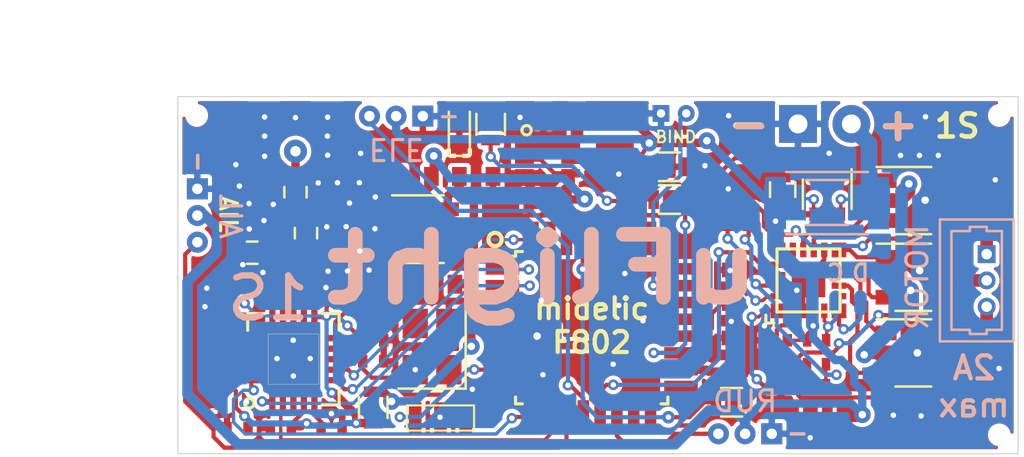
<source format=kicad_pcb>
(kicad_pcb (version 20171130) (host pcbnew "(5.1.5)-3")
  (layers (0 F.Cu signal) (31 B.Cu signal) (34 B.Paste user) (35 F.Paste user) (36 B.SilkS user) (37 F.SilkS user) (38 B.Mask user) (39 F.Mask user) (44 Edge.Cuts user))
  (net 0 "")
  (net 1 GND)
  (net 2 "Net-(AE1-Pad1)")
  (net 3 +BATT)
  (net 4 "Net-(C2-Pad1)")
  (net 5 /5V)
  (net 6 +3V3)
  (net 7 VCC)
  (net 8 "Net-(C10-Pad2)")
  (net 9 "Net-(C11-Pad2)")
  (net 10 "Net-(C14-Pad2)")
  (net 11 "Net-(C18-Pad1)")
  (net 12 "Net-(C18-Pad2)")
  (net 13 "Net-(C19-Pad1)")
  (net 14 "Net-(C19-Pad2)")
  (net 15 "Net-(C21-Pad1)")
  (net 16 "Net-(D1-Pad2)")
  (net 17 "Net-(J1-Pad1)")
  (net 18 "Net-(J2-Pad1)")
  (net 19 /uESC1S/M_A)
  (net 20 /uESC1S/M_B)
  (net 21 /uESC1S/M_C)
  (net 22 "Net-(J6-Pad2)")
  (net 23 /CH1)
  (net 24 /CH2)
  (net 25 /CH4)
  (net 26 "Net-(L1-Pad2)")
  (net 27 /uESC1S/Ap)
  (net 28 /uESC1S/Ac)
  (net 29 /uESC1S/Bp)
  (net 30 /uESC1S/Bc)
  (net 31 /uESC1S/Cp)
  (net 32 /uESC1S/Cc)
  (net 33 /A2)
  (net 34 "Net-(R3-Pad2)")
  (net 35 "Net-(R4-Pad2)")
  (net 36 "Net-(R5-Pad2)")
  (net 37 "Net-(R11-Pad1)")
  (net 38 "Net-(R8-Pad2)")
  (net 39 "Net-(R10-Pad2)")
  (net 40 "Net-(R12-Pad2)")
  (net 41 /GDO0)
  (net 42 /SCLK)
  (net 43 "Net-(U2-Pad7)")
  (net 44 "Net-(U2-Pad8)")
  (net 45 /SI)
  (net 46 /SO)
  (net 47 /CH3)
  (net 48 "Net-(U2-Pad15)")
  (net 49 "Net-(U2-Pad16)")
  (net 50 "Net-(U2-Pad17)")
  (net 51 "Net-(U2-Pad24)")
  (net 52 "Net-(U2-Pad25)")
  (net 53 "Net-(U2-Pad27)")
  (net 54 "Net-(U2-Pad28)")
  (net 55 "Net-(U2-Pad30)")
  (net 56 "Net-(U2-Pad31)")
  (net 57 /CSN)
  (net 58 "Net-(U3-Pad4)")
  (net 59 "Net-(U4-Pad3)")
  (net 60 "Net-(U5-Pad7)")
  (net 61 "Net-(U5-Pad18)")
  (net 62 "Net-(U5-Pad15)")
  (net 63 "Net-(U5-Pad16)")
  (net 64 "Net-(J7-Pad2)")
  (net 65 /A1)
  (module KiCadCustomLibs:C_0402 (layer F.Cu) (at 103.61 87.86 180)
    (fp_text reference C20 hide)
    (fp_text value 1p hide)
    (pad 1 smd rect (at -0.5 0 180) (size 0.45 0.6) (layers F.Cu F.Paste F.Mask) (net 1 GND))
    (pad 2 smd rect (at 0.5 0 180) (size 0.45 0.6) (layers F.Cu F.Paste F.Mask) (net 13 "Net-(C19-Pad1)"))
  )
  (module KiCadCustomLibs:Conn_1x02_2.54mm (layer F.Cu) (at 125.52 81.8 90)
    (fp_text reference J7 hide)
    (fp_text value BAT hide)
    (pad 1 thru_hole rect (at 0 0 90) (size 1.8 1.8) (drill 0.9) (layers *.Cu *.Mask) (net 1 GND))
    (pad 2 thru_hole oval (at 0 2.54 90) (size 1.8 1.8) (drill 0.9) (layers *.Cu *.Mask) (net 64 "Net-(J7-Pad2)"))
  )
  (module Pin_Headers:Pin_Header_Straight_1x03_Pitch1.27mm (layer B.Cu) (at 124.27 96.55 90)
    (fp_text reference J10 hide)
    (fp_text value SRV3 hide)
    (pad 1 thru_hole rect (at 0 0 90) (size 1 1) (drill 0.5) (layers *.Cu *.Mask) (net 1 GND))
    (pad 2 thru_hole oval (at 0 -1.27 90) (size 1 1) (drill 0.5) (layers *.Cu *.Mask) (net 3 +BATT))
    (pad 3 thru_hole oval (at 0 -2.54 90) (size 1 1) (drill 0.5) (layers *.Cu *.Mask) (net 25 /CH4))
  )
  (module Pin_Headers:Pin_Header_Straight_1x03_Pitch1.27mm (layer B.Cu) (at 96.93 84.89 180)
    (fp_text reference J8 hide)
    (fp_text value SRV1 hide)
    (pad 1 thru_hole rect (at 0 0 180) (size 1 1) (drill 0.5) (layers *.Cu *.Mask) (net 1 GND))
    (pad 2 thru_hole oval (at 0 -1.27 180) (size 1 1) (drill 0.5) (layers *.Cu *.Mask) (net 3 +BATT))
    (pad 3 thru_hole oval (at 0 -2.54 180) (size 1 1) (drill 0.5) (layers *.Cu *.Mask) (net 23 /CH1))
  )
  (module Pin_Headers:Pin_Header_Straight_1x03_Pitch1.27mm (layer B.Cu) (at 107.66 81.43 90)
    (fp_text reference J9 hide)
    (fp_text value SRV2 hide)
    (pad 1 thru_hole rect (at 0 0 90) (size 1 1) (drill 0.5) (layers *.Cu *.Mask) (net 1 GND))
    (pad 2 thru_hole oval (at 0 -1.27 90) (size 1 1) (drill 0.5) (layers *.Cu *.Mask) (net 3 +BATT))
    (pad 3 thru_hole oval (at 0 -2.54 90) (size 1 1) (drill 0.5) (layers *.Cu *.Mask) (net 24 /CH2))
  )
  (module KiCadCustomLibs:ANT_PCB (layer F.Cu) (at 101.6 82.4 90)
    (fp_text reference AE1 hide)
    (fp_text value ANT hide)
    (pad 2 smd rect (at 0 1.5 90) (size 3 1.1) (layers F.Cu F.Paste F.Mask) (net 1 GND))
    (pad 2 smd rect (at 0 -1.5 90) (size 3 1.1) (layers F.Cu F.Paste F.Mask) (net 1 GND))
    (pad 1 thru_hole circle (at -0.7 0 90) (size 1.1 1.1) (drill 0.5) (layers *.Cu *.Mask) (net 2 "Net-(AE1-Pad1)"))
  )
  (module Connectors_Molex:Molex_PicoBlade_53047-0310_03x1.25mm_Straight (layer B.Cu) (at 134.5 88 270)
    (fp_text reference J3 hide)
    (fp_text value MOTOR (at 1.1 3.3 270) (layer B.SilkS) (effects (justify mirror)))
    (pad 1 thru_hole rect (at 0 0 270) (size 0.85 0.85) (drill 0.5) (layers *.Cu *.Mask) (net 19 /uESC1S/M_A))
    (pad 2 thru_hole circle (at 1.25 0 270) (size 0.85 0.85) (drill 0.5) (layers *.Cu *.Mask) (net 20 /uESC1S/M_B))
    (pad 3 thru_hole circle (at 2.5 0 270) (size 0.85 0.85) (drill 0.5) (layers *.Cu *.Mask) (net 21 /uESC1S/M_C))
  )
  (module KiCadCustomLibs:hole_0.7 (layer F.Cu) (at 135.1 96.6)
    (fp_text reference REF** hide)
    (fp_text value hole hide)
    (pad "" np_thru_hole circle (at 0 0) (size 0.7 0.7) (drill 0.7) (layers *.Cu *.Mask))
  )
  (module KiCadCustomLibs:hole_0.7 (layer F.Cu) (at 135.1 81.4)
    (fp_text reference REF** hide)
    (fp_text value hole hide)
    (pad "" np_thru_hole circle (at 0 0) (size 0.7 0.7) (drill 0.7) (layers *.Cu *.Mask))
  )
  (module KiCadCustomLibs:hole_0.7 (layer F.Cu) (at 96.9 81.4)
    (fp_text reference REF** hide)
    (fp_text value hole hide)
    (pad "" np_thru_hole circle (at 0 0) (size 0.7 0.7) (drill 0.7) (layers *.Cu *.Mask))
  )
  (module KiCadCustomLibs:C_0603 (layer F.Cu) (at 126.91 95.66)
    (fp_text reference C25 hide)
    (fp_text value 10uf hide)
    (pad 2 smd rect (at 0.8 0) (size 0.7 0.9) (layers F.Cu F.Paste F.Mask) (net 3 +BATT))
    (pad 1 smd rect (at -0.8 0) (size 0.7 0.9) (layers F.Cu F.Paste F.Mask) (net 1 GND))
  )
  (module KiCadCustomLibs:C_0402 (layer F.Cu) (at 124.51 92.1)
    (fp_text reference C26 hide)
    (fp_text value 100n hide)
    (pad 1 smd rect (at -0.5 0) (size 0.45 0.6) (layers F.Cu F.Paste F.Mask) (net 1 GND))
    (pad 2 smd rect (at 0.5 0) (size 0.45 0.6) (layers F.Cu F.Paste F.Mask) (net 3 +BATT))
  )
  (module KiCadCustomLibs:C_0603 (layer F.Cu) (at 114.2 81.5 180)
    (fp_text reference C1 hide)
    (fp_text value 10uf hide)
    (pad 2 smd rect (at 0.8 0 180) (size 0.7 0.9) (layers F.Cu F.Paste F.Mask) (net 1 GND))
    (pad 1 smd rect (at -0.8 0 180) (size 0.7 0.9) (layers F.Cu F.Paste F.Mask) (net 3 +BATT))
  )
  (module KiCadCustomLibs:C_0603 (layer F.Cu) (at 122.35 89.55 90)
    (fp_text reference C2 hide)
    (fp_text value 10n hide)
    (pad 2 smd rect (at 0.8 0 90) (size 0.7 0.9) (layers F.Cu F.Paste F.Mask) (net 1 GND))
    (pad 1 smd rect (at -0.8 0 90) (size 0.7 0.9) (layers F.Cu F.Paste F.Mask) (net 4 "Net-(C2-Pad1)"))
  )
  (module KiCadCustomLibs:C_0603 (layer F.Cu) (at 113.6 85.4 180)
    (fp_text reference C3 hide)
    (fp_text value 10uf hide)
    (pad 2 smd rect (at 0.8 0 180) (size 0.7 0.9) (layers F.Cu F.Paste F.Mask) (net 1 GND))
    (pad 1 smd rect (at -0.8 0 180) (size 0.7 0.9) (layers F.Cu F.Paste F.Mask) (net 5 /5V))
  )
  (module KiCadCustomLibs:C_0603 (layer F.Cu) (at 122.34 92.79 90)
    (fp_text reference C4 hide)
    (fp_text value 100n hide)
    (pad 2 smd rect (at 0.8 0 90) (size 0.7 0.9) (layers F.Cu F.Paste F.Mask) (net 1 GND))
    (pad 1 smd rect (at -0.8 0 90) (size 0.7 0.9) (layers F.Cu F.Paste F.Mask) (net 6 +3V3))
  )
  (module KiCadCustomLibs:C_0603 (layer F.Cu) (at 107.27 84.3 180)
    (fp_text reference C5 hide)
    (fp_text value 2uf hide)
    (pad 2 smd rect (at 0.8 0 180) (size 0.7 0.9) (layers F.Cu F.Paste F.Mask) (net 1 GND))
    (pad 1 smd rect (at -0.8 0 180) (size 0.7 0.9) (layers F.Cu F.Paste F.Mask) (net 5 /5V))
  )
  (module KiCadCustomLibs:C_0603 (layer F.Cu) (at 110.2 84.3)
    (fp_text reference C6 hide)
    (fp_text value 2uf hide)
    (pad 2 smd rect (at 0.8 0) (size 0.7 0.9) (layers F.Cu F.Paste F.Mask) (net 1 GND))
    (pad 1 smd rect (at -0.8 0) (size 0.7 0.9) (layers F.Cu F.Paste F.Mask) (net 6 +3V3))
  )
  (module KiCadCustomLibs:C_0603 (layer F.Cu) (at 108.39 89.43 180)
    (fp_text reference C7 hide)
    (fp_text value 2uf hide)
    (pad 2 smd rect (at 0.8 0 180) (size 0.7 0.9) (layers F.Cu F.Paste F.Mask) (net 1 GND))
    (pad 1 smd rect (at -0.8 0 180) (size 0.7 0.9) (layers F.Cu F.Paste F.Mask) (net 6 +3V3))
  )
  (module KiCadCustomLibs:C_0402 (layer F.Cu) (at 98.84 96.29)
    (fp_text reference C8 hide)
    (fp_text value 100n hide)
    (pad 1 smd rect (at -0.5 0) (size 0.45 0.6) (layers F.Cu F.Paste F.Mask) (net 1 GND))
    (pad 2 smd rect (at 0.5 0) (size 0.45 0.6) (layers F.Cu F.Paste F.Mask) (net 7 VCC))
  )
  (module KiCadCustomLibs:C_0402 (layer F.Cu) (at 103.32 96.29 180)
    (fp_text reference C10 hide)
    (fp_text value 100n hide)
    (pad 1 smd rect (at -0.5 0 180) (size 0.45 0.6) (layers F.Cu F.Paste F.Mask) (net 1 GND))
    (pad 2 smd rect (at 0.5 0 180) (size 0.45 0.6) (layers F.Cu F.Paste F.Mask) (net 8 "Net-(C10-Pad2)"))
  )
  (module KiCadCustomLibs:C_0402 (layer F.Cu) (at 105.3 93.1 180)
    (fp_text reference C11 hide)
    (fp_text value 27p hide)
    (pad 1 smd rect (at -0.5 0 180) (size 0.45 0.6) (layers F.Cu F.Paste F.Mask) (net 1 GND))
    (pad 2 smd rect (at 0.5 0 180) (size 0.45 0.6) (layers F.Cu F.Paste F.Mask) (net 9 "Net-(C11-Pad2)"))
  )
  (module KiCadCustomLibs:C_0402 (layer F.Cu) (at 98.05 94.68 270)
    (fp_text reference C12 hide)
    (fp_text value 220p hide)
    (pad 1 smd rect (at -0.5 0 270) (size 0.45 0.6) (layers F.Cu F.Paste F.Mask) (net 7 VCC))
    (pad 2 smd rect (at 0.5 0 270) (size 0.45 0.6) (layers F.Cu F.Paste F.Mask) (net 1 GND))
  )
  (module KiCadCustomLibs:C_0402 (layer F.Cu) (at 105.3 92.1 180)
    (fp_text reference C13 hide)
    (fp_text value 220p hide)
    (pad 1 smd rect (at -0.5 0 180) (size 0.45 0.6) (layers F.Cu F.Paste F.Mask) (net 1 GND))
    (pad 2 smd rect (at 0.5 0 180) (size 0.45 0.6) (layers F.Cu F.Paste F.Mask) (net 7 VCC))
  )
  (module KiCadCustomLibs:C_0402 (layer F.Cu) (at 105.3 91.1 180)
    (fp_text reference C14 hide)
    (fp_text value 27p hide)
    (pad 1 smd rect (at -0.5 0 180) (size 0.45 0.6) (layers F.Cu F.Paste F.Mask) (net 1 GND))
    (pad 2 smd rect (at 0.5 0 180) (size 0.45 0.6) (layers F.Cu F.Paste F.Mask) (net 10 "Net-(C14-Pad2)"))
  )
  (module KiCadCustomLibs:C_0402 (layer F.Cu) (at 98.04 91 90)
    (fp_text reference C15 hide)
    (fp_text value 220p hide)
    (pad 1 smd rect (at -0.5 0 90) (size 0.45 0.6) (layers F.Cu F.Paste F.Mask) (net 7 VCC))
    (pad 2 smd rect (at 0.5 0 90) (size 0.45 0.6) (layers F.Cu F.Paste F.Mask) (net 1 GND))
  )
  (module KiCadCustomLibs:C_0402 (layer F.Cu) (at 105.3 89.9 180)
    (fp_text reference C16 hide)
    (fp_text value 100n hide)
    (pad 1 smd rect (at -0.5 0 180) (size 0.45 0.6) (layers F.Cu F.Paste F.Mask) (net 1 GND))
    (pad 2 smd rect (at 0.5 0 180) (size 0.45 0.6) (layers F.Cu F.Paste F.Mask) (net 7 VCC))
  )
  (module KiCadCustomLibs:C_0402 (layer F.Cu) (at 98.7 89.6)
    (fp_text reference C17 hide)
    (fp_text value 100n hide)
    (pad 1 smd rect (at -0.5 0) (size 0.45 0.6) (layers F.Cu F.Paste F.Mask) (net 1 GND))
    (pad 2 smd rect (at 0.5 0) (size 0.45 0.6) (layers F.Cu F.Paste F.Mask) (net 7 VCC))
  )
  (module KiCadCustomLibs:C_0402 (layer F.Cu) (at 101 89 270)
    (fp_text reference C18 hide)
    (fp_text value 100p hide)
    (pad 1 smd rect (at -0.5 0 270) (size 0.45 0.6) (layers F.Cu F.Paste F.Mask) (net 11 "Net-(C18-Pad1)"))
    (pad 2 smd rect (at 0.5 0 270) (size 0.45 0.6) (layers F.Cu F.Paste F.Mask) (net 12 "Net-(C18-Pad2)"))
  )
  (module KiCadCustomLibs:C_0402 (layer F.Cu) (at 102.1 89 270)
    (fp_text reference C19 hide)
    (fp_text value 100p hide)
    (pad 1 smd rect (at -0.5 0 270) (size 0.45 0.6) (layers F.Cu F.Paste F.Mask) (net 13 "Net-(C19-Pad1)"))
    (pad 2 smd rect (at 0.5 0 270) (size 0.45 0.6) (layers F.Cu F.Paste F.Mask) (net 14 "Net-(C19-Pad2)"))
  )
  (module KiCadCustomLibs:C_0402 (layer F.Cu) (at 101 87 270)
    (fp_text reference C21 hide)
    (fp_text value 1p hide)
    (pad 1 smd rect (at -0.5 0 270) (size 0.45 0.6) (layers F.Cu F.Paste F.Mask) (net 15 "Net-(C21-Pad1)"))
    (pad 2 smd rect (at 0.5 0 270) (size 0.45 0.6) (layers F.Cu F.Paste F.Mask) (net 11 "Net-(C18-Pad1)"))
  )
  (module KiCadCustomLibs:C_0402 (layer F.Cu) (at 103.12 85.61 180)
    (fp_text reference C22 hide)
    (fp_text value 1.8p hide)
    (pad 1 smd rect (at -0.5 0 180) (size 0.45 0.6) (layers F.Cu F.Paste F.Mask) (net 1 GND))
    (pad 2 smd rect (at 0.5 0 180) (size 0.45 0.6) (layers F.Cu F.Paste F.Mask) (net 15 "Net-(C21-Pad1)"))
  )
  (module KiCadCustomLibs:C_0402 (layer F.Cu) (at 100.06 84.76)
    (fp_text reference C23 hide)
    (fp_text value 1.8p hide)
    (pad 1 smd rect (at -0.5 0) (size 0.45 0.6) (layers F.Cu F.Paste F.Mask) (net 1 GND))
    (pad 2 smd rect (at 0.5 0) (size 0.45 0.6) (layers F.Cu F.Paste F.Mask) (net 2 "Net-(AE1-Pad1)"))
  )
  (module KiCadCustomLibs:C_0402 (layer F.Cu) (at 100.9 96.29 180)
    (fp_text reference C9 hide)
    (fp_text value 2uf hide)
    (pad 1 smd rect (at -0.5 0 180) (size 0.45 0.6) (layers F.Cu F.Paste F.Mask) (net 7 VCC))
    (pad 2 smd rect (at 0.5 0 180) (size 0.45 0.6) (layers F.Cu F.Paste F.Mask) (net 1 GND))
  )
  (module KiCadCustomLibs:hole_0.7 (layer F.Cu) (at 96.9 96.6)
    (fp_text reference REF** hide)
    (fp_text value hole hide)
    (pad "" np_thru_hole circle (at 0 0) (size 0.7 0.7) (drill 0.7) (layers *.Cu *.Mask))
  )
  (module KiCadCustomLibs:PAD_1.2X0.6_Round (layer B.Cu) (at 128.49 90.32 90)
    (fp_text reference J2 hide)
    (fp_text value C2D hide)
    (pad 1 smd oval (at 0 0 90) (size 1.2 0.6) (layers B.Cu B.Paste B.Mask) (net 18 "Net-(J2-Pad1)"))
  )
  (module Crystals:Crystal_SMD_SeikoEpson_FA238-4pin_3.2x2.5mm (layer F.Cu) (at 108.1 92.4 90)
    (fp_text reference Y2 hide)
    (fp_text value 26MHZ hide)
    (pad 1 smd rect (at -1.1 0.8 90) (size 1.4 1.2) (layers F.Cu F.Paste F.Mask) (net 9 "Net-(C11-Pad2)"))
    (pad 2 smd rect (at 1.1 0.8 90) (size 1.4 1.2) (layers F.Cu F.Paste F.Mask) (net 1 GND))
    (pad 3 smd rect (at 1.1 -0.8 90) (size 1.4 1.2) (layers F.Cu F.Paste F.Mask) (net 10 "Net-(C14-Pad2)"))
    (pad 4 smd rect (at -1.1 -0.8 90) (size 1.4 1.2) (layers F.Cu F.Paste F.Mask) (net 1 GND))
  )
  (module Resistors_SMD:R_1206_HandSoldering (layer B.Cu) (at 126.9 85.54)
    (fp_text reference R13 hide)
    (fp_text value 0.022 hide)
    (pad 1 smd rect (at -2 0) (size 2 1.7) (layers B.Cu B.Paste B.Mask) (net 3 +BATT))
    (pad 2 smd rect (at 2 0) (size 2 1.7) (layers B.Cu B.Paste B.Mask) (net 64 "Net-(J7-Pad2)"))
  )
  (module KiCadCustomLibs:QFN20 (layer F.Cu) (at 126.02 89.25)
    (fp_text reference U5 hide)
    (fp_text value EFM8BB21 hide)
    (pad 2 smd rect (at -0.75 1.45) (size 0.3 0.7) (layers F.Cu F.Paste F.Mask) (net 39 "Net-(R10-Pad2)"))
    (pad 3 smd rect (at -0.25 1.45) (size 0.3 0.7) (layers F.Cu F.Paste F.Mask) (net 1 GND))
    (pad 4 smd rect (at 0.25 1.45) (size 0.3 0.7) (layers F.Cu F.Paste F.Mask) (net 3 +BATT))
    (pad 5 smd rect (at 0.75 1.45) (size 0.3 0.7) (layers F.Cu F.Paste F.Mask) (net 17 "Net-(J1-Pad1)"))
    (pad 8 smd rect (at 1.45 0.25 90) (size 0.3 0.7) (layers F.Cu F.Paste F.Mask) (net 32 /uESC1S/Cc))
    (pad 9 smd rect (at 1.45 -0.25 90) (size 0.3 0.7) (layers F.Cu F.Paste F.Mask) (net 31 /uESC1S/Cp))
    (pad 7 smd rect (at 1.45 0.75 90) (size 0.3 0.7) (layers F.Cu F.Paste F.Mask) (net 60 "Net-(U5-Pad7)"))
    (pad 6 smd rect (at 1.45 1.45) (size 0.7 0.7) (layers F.Cu F.Paste F.Mask) (net 18 "Net-(J2-Pad1)"))
    (pad 10 smd rect (at 1.45 -0.75 90) (size 0.3 0.7) (layers F.Cu F.Paste F.Mask) (net 30 /uESC1S/Bc))
    (pad 11 smd rect (at 1.45 -1.45) (size 0.7 0.7) (layers F.Cu F.Paste F.Mask) (net 29 /uESC1S/Bp))
    (pad 12 smd rect (at 0.75 -1.45) (size 0.3 0.7) (layers F.Cu F.Paste F.Mask) (net 1 GND))
    (pad 17 smd rect (at -1.45 -0.75 90) (size 0.3 0.7) (layers F.Cu F.Paste F.Mask) (net 47 /CH3))
    (pad 18 smd rect (at -1.45 -0.25 90) (size 0.3 0.7) (layers F.Cu F.Paste F.Mask) (net 61 "Net-(U5-Pad18)"))
    (pad 19 smd rect (at -1.45 0.25 90) (size 0.3 0.7) (layers F.Cu F.Paste F.Mask) (net 37 "Net-(R11-Pad1)"))
    (pad 13 smd rect (at 0.25 -1.45) (size 0.3 0.7) (layers F.Cu F.Paste F.Mask) (net 28 /uESC1S/Ac))
    (pad 15 smd rect (at -0.75 -1.45) (size 0.3 0.7) (layers F.Cu F.Paste F.Mask) (net 62 "Net-(U5-Pad15)"))
    (pad 14 smd rect (at -0.25 -1.45) (size 0.3 0.7) (layers F.Cu F.Paste F.Mask) (net 27 /uESC1S/Ap))
    (pad 20 smd rect (at -1.45 0.75 90) (size 0.3 0.7) (layers F.Cu F.Paste F.Mask) (net 38 "Net-(R8-Pad2)"))
    (pad 21 smd rect (at 0 0) (size 1.6 1.6) (layers F.Cu F.Paste F.Mask) (net 1 GND))
    (pad 16 smd rect (at -1.45 -1.45) (size 0.7 0.7) (layers F.Cu F.Paste F.Mask) (net 63 "Net-(U5-Pad16)"))
    (pad 1 smd rect (at -1.45 1.45) (size 0.7 0.7) (layers F.Cu F.Paste F.Mask) (net 40 "Net-(R12-Pad2)"))
  )
  (module TO_SOT_Packages_SMD:SOT-353_SC-70-5 (layer F.Cu) (at 126.91 85.15 270)
    (fp_text reference U6 hide)
    (fp_text value MAX9610 hide)
    (pad 1 smd rect (at -0.95 -0.65 270) (size 0.65 0.4) (layers F.Cu F.Paste F.Mask) (net 1 GND))
    (pad 3 smd rect (at -0.95 0.65 270) (size 0.65 0.4) (layers F.Cu F.Paste F.Mask) (net 33 /A2))
    (pad 2 smd rect (at -0.95 0 270) (size 0.65 0.4) (layers F.Cu F.Paste F.Mask) (net 1 GND))
    (pad 4 smd rect (at 0.95 0.65 270) (size 0.65 0.4) (layers F.Cu F.Paste F.Mask) (net 3 +BATT))
    (pad 5 smd rect (at 0.95 -0.65 270) (size 0.65 0.4) (layers F.Cu F.Paste F.Mask) (net 64 "Net-(J7-Pad2)"))
  )
  (module Resistors_SMD:R_2010 (layer B.Cu) (at 126.9 85.57)
    (fp_text reference R14 hide)
    (fp_text value 0.022 hide)
    (pad 1 smd rect (at -2.45 0) (size 1 2.5) (layers B.Cu B.Paste B.Mask) (net 3 +BATT))
    (pad 2 smd rect (at 2.45 0) (size 1 2.5) (layers B.Cu B.Paste B.Mask) (net 64 "Net-(J7-Pad2)"))
  )
  (module KiCadCustomLibs:Ceramic_Resonator_SMD_3mm (layer F.Cu) (at 108.5 95.8 180)
    (fp_text reference Y1 hide)
    (fp_text value 16MHZ hide)
    (pad 2 smd rect (at 0 0 180) (size 0.6 1.5) (layers F.Cu F.Paste F.Mask) (net 1 GND))
    (pad 3 smd rect (at 1.2 0 180) (size 0.6 1.5) (layers F.Cu F.Paste F.Mask) (net 43 "Net-(U2-Pad7)"))
    (pad 1 smd rect (at -1.2 0 180) (size 0.6 1.5) (layers F.Cu F.Paste F.Mask) (net 44 "Net-(U2-Pad8)"))
  )
  (module KiCadCustomLibs:CC2500 (layer F.Cu) (at 101.5 93 90)
    (fp_text reference U4 hide)
    (fp_text value CC2500 hide)
    (pad 19 smd rect (at 0 0.8 90) (size 0.8 0.8) (layers F.Cu F.Paste F.Mask) (net 1 GND))
    (pad 19 smd rect (at 0.8 0 90) (size 0.8 0.8) (layers F.Cu F.Paste F.Mask) (net 1 GND))
    (pad 19 smd rect (at -0.8 0 90) (size 0.8 0.8) (layers F.Cu F.Paste F.Mask) (net 1 GND))
    (pad 19 smd rect (at 0 -0.8 90) (size 0.8 0.8) (layers F.Cu F.Paste F.Mask) (net 1 GND))
    (pad 19 smd rect (at 0 0 90) (size 0.8 0.8) (layers F.Cu F.Paste F.Mask) (net 1 GND))
    (pad 1 smd oval (at -2 -1 90) (size 1 0.3) (layers F.Cu F.Paste F.Mask) (net 42 /SCLK))
    (pad 2 smd oval (at -2 -0.5 90) (size 1 0.3) (layers F.Cu F.Paste F.Mask) (net 46 /SO))
    (pad 3 smd oval (at -2 0 90) (size 1 0.3) (layers F.Cu F.Paste F.Mask) (net 59 "Net-(U4-Pad3)"))
    (pad 4 smd oval (at -2 0.5 90) (size 1 0.3) (layers F.Cu F.Paste F.Mask) (net 7 VCC))
    (pad 5 smd oval (at -2 1 90) (size 1 0.3) (layers F.Cu F.Paste F.Mask) (net 8 "Net-(C10-Pad2)"))
    (pad 6 smd oval (at -1 2 180) (size 1 0.3) (layers F.Cu F.Paste F.Mask) (net 41 /GDO0))
    (pad 7 smd oval (at -0.5 2 180) (size 1 0.3) (layers F.Cu F.Paste F.Mask) (net 57 /CSN))
    (pad 8 smd oval (at 0 2 180) (size 1 0.3) (layers F.Cu F.Paste F.Mask) (net 9 "Net-(C11-Pad2)"))
    (pad 9 smd oval (at 0.5 2 180) (size 1 0.3) (layers F.Cu F.Paste F.Mask) (net 7 VCC))
    (pad 10 smd oval (at 1 2 180) (size 1 0.3) (layers F.Cu F.Paste F.Mask) (net 10 "Net-(C14-Pad2)"))
    (pad 11 smd oval (at 2 1 90) (size 1 0.3) (layers F.Cu F.Paste F.Mask) (net 7 VCC))
    (pad 12 smd oval (at 2 0.5 90) (size 1 0.3) (layers F.Cu F.Paste F.Mask) (net 14 "Net-(C19-Pad2)"))
    (pad 13 smd oval (at 2 0 90) (size 1 0.3) (layers F.Cu F.Paste F.Mask) (net 12 "Net-(C18-Pad2)"))
    (pad 14 smd oval (at 2 -0.5 90) (size 1 0.3) (layers F.Cu F.Paste F.Mask) (net 7 VCC))
    (pad 15 smd oval (at 2 -1 90) (size 1 0.3) (layers F.Cu F.Paste F.Mask) (net 7 VCC))
    (pad 16 smd oval (at 1 -2 180) (size 1 0.3) (layers F.Cu F.Paste F.Mask) (net 1 GND))
    (pad 17 smd oval (at 0.5 -2 180) (size 1 0.3) (layers F.Cu F.Paste F.Mask) (net 36 "Net-(R5-Pad2)"))
    (pad 18 smd oval (at 0 -2 180) (size 1 0.3) (layers F.Cu F.Paste F.Mask) (net 7 VCC))
    (pad 19 smd oval (at -0.5 -2 180) (size 1 0.3) (layers F.Cu F.Paste F.Mask) (net 1 GND))
    (pad 20 smd oval (at -1 -2 180) (size 1 0.3) (layers F.Cu F.Paste F.Mask) (net 45 /SI))
    (pad 19 smd rect (at 0.8 0.8 90) (size 0.8 0.8) (layers F.Cu F.Paste F.Mask) (net 1 GND))
    (pad 19 smd rect (at 0.8 -0.8 90) (size 0.8 0.8) (layers F.Cu F.Paste F.Mask) (net 1 GND))
    (pad 19 smd rect (at -0.8 0.8 90) (size 0.8 0.8) (layers F.Cu F.Paste F.Mask) (net 1 GND))
    (pad 19 smd rect (at -0.8 -0.8 90) (size 0.8 0.8) (layers F.Cu F.Paste F.Mask) (net 1 GND))
  )
  (module TO_SOT_Packages_SMD:SOT-23-5 (layer F.Cu) (at 107.75 86.81)
    (fp_text reference U3 hide)
    (fp_text value RT9013-33 hide)
    (pad 1 smd rect (at -1.1 -0.95) (size 1.06 0.65) (layers F.Cu F.Paste F.Mask) (net 5 /5V))
    (pad 2 smd rect (at -1.1 0) (size 1.06 0.65) (layers F.Cu F.Paste F.Mask) (net 1 GND))
    (pad 3 smd rect (at -1.1 0.95) (size 1.06 0.65) (layers F.Cu F.Paste F.Mask) (net 5 /5V))
    (pad 4 smd rect (at 1.1 0.95) (size 1.06 0.65) (layers F.Cu F.Paste F.Mask) (net 58 "Net-(U3-Pad4)"))
    (pad 5 smd rect (at 1.1 -0.95) (size 1.06 0.65) (layers F.Cu F.Paste F.Mask) (net 6 +3V3))
  )
  (module Housings_QFP:TQFP-32_7x7mm_Pitch0.8mm (layer F.Cu) (at 115.7 91.5)
    (fp_text reference U2 hide)
    (fp_text value ATmega328P-AU hide)
    (pad 1 smd rect (at -4.25 -2.8) (size 1.6 0.55) (layers F.Cu F.Paste F.Mask) (net 41 /GDO0))
    (pad 2 smd rect (at -4.25 -2) (size 1.6 0.55) (layers F.Cu F.Paste F.Mask) (net 42 /SCLK))
    (pad 3 smd rect (at -4.25 -1.2) (size 1.6 0.55) (layers F.Cu F.Paste F.Mask) (net 1 GND))
    (pad 4 smd rect (at -4.25 -0.4) (size 1.6 0.55) (layers F.Cu F.Paste F.Mask) (net 6 +3V3))
    (pad 5 smd rect (at -4.25 0.4) (size 1.6 0.55) (layers F.Cu F.Paste F.Mask) (net 1 GND))
    (pad 6 smd rect (at -4.25 1.2) (size 1.6 0.55) (layers F.Cu F.Paste F.Mask) (net 6 +3V3))
    (pad 7 smd rect (at -4.25 2) (size 1.6 0.55) (layers F.Cu F.Paste F.Mask) (net 43 "Net-(U2-Pad7)"))
    (pad 8 smd rect (at -4.25 2.8) (size 1.6 0.55) (layers F.Cu F.Paste F.Mask) (net 44 "Net-(U2-Pad8)"))
    (pad 9 smd rect (at -2.8 4.25 90) (size 1.6 0.55) (layers F.Cu F.Paste F.Mask) (net 45 /SI))
    (pad 10 smd rect (at -2 4.25 90) (size 1.6 0.55) (layers F.Cu F.Paste F.Mask) (net 46 /SO))
    (pad 11 smd rect (at -1.2 4.25 90) (size 1.6 0.55) (layers F.Cu F.Paste F.Mask) (net 23 /CH1))
    (pad 12 smd rect (at -0.4 4.25 90) (size 1.6 0.55) (layers F.Cu F.Paste F.Mask) (net 24 /CH2))
    (pad 13 smd rect (at 0.4 4.25 90) (size 1.6 0.55) (layers F.Cu F.Paste F.Mask) (net 47 /CH3))
    (pad 14 smd rect (at 1.2 4.25 90) (size 1.6 0.55) (layers F.Cu F.Paste F.Mask) (net 25 /CH4))
    (pad 15 smd rect (at 2 4.25 90) (size 1.6 0.55) (layers F.Cu F.Paste F.Mask) (net 48 "Net-(U2-Pad15)"))
    (pad 16 smd rect (at 2.8 4.25 90) (size 1.6 0.55) (layers F.Cu F.Paste F.Mask) (net 49 "Net-(U2-Pad16)"))
    (pad 17 smd rect (at 4.25 2.8) (size 1.6 0.55) (layers F.Cu F.Paste F.Mask) (net 50 "Net-(U2-Pad17)"))
    (pad 18 smd rect (at 4.25 2) (size 1.6 0.55) (layers F.Cu F.Paste F.Mask) (net 6 +3V3))
    (pad 19 smd rect (at 4.25 1.2) (size 1.6 0.55) (layers F.Cu F.Paste F.Mask) (net 65 /A1))
    (pad 20 smd rect (at 4.25 0.4) (size 1.6 0.55) (layers F.Cu F.Paste F.Mask) (net 4 "Net-(C2-Pad1)"))
    (pad 21 smd rect (at 4.25 -0.4) (size 1.6 0.55) (layers F.Cu F.Paste F.Mask) (net 1 GND))
    (pad 22 smd rect (at 4.25 -1.2) (size 1.6 0.55) (layers F.Cu F.Paste F.Mask) (net 33 /A2))
    (pad 23 smd rect (at 4.25 -2) (size 1.6 0.55) (layers F.Cu F.Paste F.Mask) (net 22 "Net-(J6-Pad2)"))
    (pad 24 smd rect (at 4.25 -2.8) (size 1.6 0.55) (layers F.Cu F.Paste F.Mask) (net 51 "Net-(U2-Pad24)"))
    (pad 25 smd rect (at 2.8 -4.25 90) (size 1.6 0.55) (layers F.Cu F.Paste F.Mask) (net 52 "Net-(U2-Pad25)"))
    (pad 26 smd rect (at 2 -4.25 90) (size 1.6 0.55) (layers F.Cu F.Paste F.Mask) (net 34 "Net-(R3-Pad2)"))
    (pad 27 smd rect (at 1.2 -4.25 90) (size 1.6 0.55) (layers F.Cu F.Paste F.Mask) (net 53 "Net-(U2-Pad27)"))
    (pad 28 smd rect (at 0.4 -4.25 90) (size 1.6 0.55) (layers F.Cu F.Paste F.Mask) (net 54 "Net-(U2-Pad28)"))
    (pad 29 smd rect (at -0.4 -4.25 90) (size 1.6 0.55) (layers F.Cu F.Paste F.Mask) (net 35 "Net-(R4-Pad2)"))
    (pad 30 smd rect (at -1.2 -4.25 90) (size 1.6 0.55) (layers F.Cu F.Paste F.Mask) (net 55 "Net-(U2-Pad30)"))
    (pad 31 smd rect (at -2 -4.25 90) (size 1.6 0.55) (layers F.Cu F.Paste F.Mask) (net 56 "Net-(U2-Pad31)"))
    (pad 32 smd rect (at -2.8 -4.25 90) (size 1.6 0.55) (layers F.Cu F.Paste F.Mask) (net 57 /CSN))
  )
  (module KiCadCustomLibs:SC-70-6 (layer F.Cu) (at 113.6 83.5 270)
    (fp_text reference U1 hide)
    (fp_text value TPS61222 hide)
    (pad 3 smd rect (at 0.65 1.1 270) (size 0.4 0.9) (layers F.Cu F.Paste F.Mask) (net 1 GND))
    (pad 4 smd rect (at 0.65 -1.1 270) (size 0.4 0.9) (layers F.Cu F.Paste F.Mask) (net 5 /5V))
    (pad 1 smd rect (at -0.65 1.1 270) (size 0.4 0.9) (layers F.Cu F.Paste F.Mask) (net 3 +BATT))
    (pad 6 smd rect (at -0.65 -1.1 270) (size 0.4 0.9) (layers F.Cu F.Paste F.Mask) (net 3 +BATT))
    (pad 5 smd rect (at 0 -1.1 270) (size 0.4 0.9) (layers F.Cu F.Paste F.Mask) (net 26 "Net-(L1-Pad2)"))
    (pad 2 smd rect (at 0 1.1 270) (size 0.4 0.9) (layers F.Cu F.Paste F.Mask) (net 5 /5V))
  )
  (module Resistors_SMD:R_0402_NoSilk (layer F.Cu) (at 124.7 94.24 180)
    (fp_text reference R12 hide)
    (fp_text value 10K hide)
    (pad 1 smd rect (at -0.45 0 180) (size 0.4 0.6) (layers F.Cu F.Paste F.Mask) (net 21 /uESC1S/M_C))
    (pad 2 smd rect (at 0.45 0 180) (size 0.4 0.6) (layers F.Cu F.Paste F.Mask) (net 40 "Net-(R12-Pad2)"))
  )
  (module Resistors_SMD:R_0402_NoSilk (layer F.Cu) (at 126.4 94.24 180)
    (fp_text reference R11 hide)
    (fp_text value 1K hide)
    (pad 1 smd rect (at -0.45 0 180) (size 0.4 0.6) (layers F.Cu F.Paste F.Mask) (net 37 "Net-(R11-Pad1)"))
    (pad 2 smd rect (at 0.45 0 180) (size 0.4 0.6) (layers F.Cu F.Paste F.Mask) (net 21 /uESC1S/M_C))
  )
  (module Resistors_SMD:R_0402_NoSilk (layer F.Cu) (at 124.7 93.24 180)
    (fp_text reference R10 hide)
    (fp_text value 10K hide)
    (pad 1 smd rect (at -0.45 0 180) (size 0.4 0.6) (layers F.Cu F.Paste F.Mask) (net 20 /uESC1S/M_B))
    (pad 2 smd rect (at 0.45 0 180) (size 0.4 0.6) (layers F.Cu F.Paste F.Mask) (net 39 "Net-(R10-Pad2)"))
  )
  (module Resistors_SMD:R_0402_NoSilk (layer F.Cu) (at 126.4 93.24 180)
    (fp_text reference R9 hide)
    (fp_text value 1K hide)
    (pad 1 smd rect (at -0.45 0 180) (size 0.4 0.6) (layers F.Cu F.Paste F.Mask) (net 37 "Net-(R11-Pad1)"))
    (pad 2 smd rect (at 0.45 0 180) (size 0.4 0.6) (layers F.Cu F.Paste F.Mask) (net 20 /uESC1S/M_B))
  )
  (module Resistors_SMD:R_0402_NoSilk (layer F.Cu) (at 122.17 86.25 270)
    (fp_text reference R8 hide)
    (fp_text value 10K hide)
    (pad 1 smd rect (at -0.45 0 270) (size 0.4 0.6) (layers F.Cu F.Paste F.Mask) (net 19 /uESC1S/M_A))
    (pad 2 smd rect (at 0.45 0 270) (size 0.4 0.6) (layers F.Cu F.Paste F.Mask) (net 38 "Net-(R8-Pad2)"))
  )
  (module Resistors_SMD:R_0402_NoSilk (layer F.Cu) (at 123.17 86.25 90)
    (fp_text reference R7 hide)
    (fp_text value 1K hide)
    (pad 1 smd rect (at -0.45 0 90) (size 0.4 0.6) (layers F.Cu F.Paste F.Mask) (net 37 "Net-(R11-Pad1)"))
    (pad 2 smd rect (at 0.45 0 90) (size 0.4 0.6) (layers F.Cu F.Paste F.Mask) (net 19 /uESC1S/M_A))
  )
  (module Resistors_SMD:R_0402_NoSilk (layer F.Cu) (at 126.41 92.1)
    (fp_text reference R6 hide)
    (fp_text value 1K hide)
    (pad 1 smd rect (at -0.45 0) (size 0.4 0.6) (layers F.Cu F.Paste F.Mask) (net 3 +BATT))
    (pad 2 smd rect (at 0.45 0) (size 0.4 0.6) (layers F.Cu F.Paste F.Mask) (net 17 "Net-(J1-Pad1)"))
  )
  (module Resistors_SMD:R_0402_NoSilk (layer F.Cu) (at 98.04 92.81 270)
    (fp_text reference R5 hide)
    (fp_text value 56K hide)
    (pad 1 smd rect (at -0.45 0 270) (size 0.4 0.6) (layers F.Cu F.Paste F.Mask) (net 1 GND))
    (pad 2 smd rect (at 0.45 0 270) (size 0.4 0.6) (layers F.Cu F.Paste F.Mask) (net 36 "Net-(R5-Pad2)"))
  )
  (module Resistors_SMD:R_0603 (layer F.Cu) (at 122.36 95.05 180)
    (fp_text reference R4 hide)
    (fp_text value 10K hide)
    (pad 1 smd rect (at -0.75 0 180) (size 0.5 0.9) (layers F.Cu F.Paste F.Mask) (net 6 +3V3))
    (pad 2 smd rect (at 0.75 0 180) (size 0.5 0.9) (layers F.Cu F.Paste F.Mask) (net 35 "Net-(R4-Pad2)"))
  )
  (module Resistors_SMD:R_0603 (layer F.Cu) (at 110.89 81.82 270)
    (fp_text reference R3 hide)
    (fp_text value 1K hide)
    (pad 1 smd rect (at -0.75 0 270) (size 0.5 0.9) (layers F.Cu F.Paste F.Mask) (net 16 "Net-(D1-Pad2)"))
    (pad 2 smd rect (at 0.75 0 270) (size 0.5 0.9) (layers F.Cu F.Paste F.Mask) (net 34 "Net-(R3-Pad2)"))
  )
  (module Resistors_SMD:R_0603 (layer F.Cu) (at 119.4 83.84 180)
    (fp_text reference R2 hide)
    (fp_text value 18K hide)
    (pad 1 smd rect (at -0.75 0 180) (size 0.5 0.9) (layers F.Cu F.Paste F.Mask) (net 1 GND))
    (pad 2 smd rect (at 0.75 0 180) (size 0.5 0.9) (layers F.Cu F.Paste F.Mask) (net 65 /A1))
  )
  (module Resistors_SMD:R_0603 (layer F.Cu) (at 119.4 85.4 180)
    (fp_text reference R1 hide)
    (fp_text value 10K hide)
    (pad 1 smd rect (at -0.75 0 180) (size 0.5 0.9) (layers F.Cu F.Paste F.Mask) (net 65 /A1))
    (pad 2 smd rect (at 0.75 0 180) (size 0.5 0.9) (layers F.Cu F.Paste F.Mask) (net 3 +BATT))
  )
  (module TO_SOT_Packages_SMD:SuperSOT-6 (layer F.Cu) (at 131.01 92.7)
    (fp_text reference Q3 hide)
    (fp_text value DUAL_NP hide)
    (pad 1 smd rect (at -1.3 -0.95) (size 1 0.7) (layers F.Cu F.Paste F.Mask) (net 31 /uESC1S/Cp))
    (pad 2 smd rect (at -1.3 0) (size 1 0.7) (layers F.Cu F.Paste F.Mask) (net 3 +BATT))
    (pad 3 smd rect (at -1.3 0.95) (size 1 0.7) (layers F.Cu F.Paste F.Mask) (net 32 /uESC1S/Cc))
    (pad 4 smd rect (at 1.3 0.95) (size 1 0.7) (layers F.Cu F.Paste F.Mask) (net 21 /uESC1S/M_C))
    (pad 6 smd rect (at 1.3 -0.95) (size 1 0.7) (layers F.Cu F.Paste F.Mask) (net 21 /uESC1S/M_C))
    (pad 5 smd rect (at 1.3 0) (size 1 0.7) (layers F.Cu F.Paste F.Mask) (net 1 GND))
  )
  (module TO_SOT_Packages_SMD:SuperSOT-6 (layer F.Cu) (at 131.01 89.1)
    (fp_text reference Q2 hide)
    (fp_text value DUAL_NP hide)
    (pad 1 smd rect (at -1.3 -0.95) (size 1 0.7) (layers F.Cu F.Paste F.Mask) (net 29 /uESC1S/Bp))
    (pad 2 smd rect (at -1.3 0) (size 1 0.7) (layers F.Cu F.Paste F.Mask) (net 3 +BATT))
    (pad 3 smd rect (at -1.3 0.95) (size 1 0.7) (layers F.Cu F.Paste F.Mask) (net 30 /uESC1S/Bc))
    (pad 4 smd rect (at 1.3 0.95) (size 1 0.7) (layers F.Cu F.Paste F.Mask) (net 20 /uESC1S/M_B))
    (pad 6 smd rect (at 1.3 -0.95) (size 1 0.7) (layers F.Cu F.Paste F.Mask) (net 20 /uESC1S/M_B))
    (pad 5 smd rect (at 1.3 0) (size 1 0.7) (layers F.Cu F.Paste F.Mask) (net 1 GND))
  )
  (module TO_SOT_Packages_SMD:SuperSOT-6 (layer F.Cu) (at 131.01 85.45)
    (fp_text reference Q1 hide)
    (fp_text value DUAL_NP hide)
    (pad 1 smd rect (at -1.3 -0.95) (size 1 0.7) (layers F.Cu F.Paste F.Mask) (net 27 /uESC1S/Ap))
    (pad 2 smd rect (at -1.3 0) (size 1 0.7) (layers F.Cu F.Paste F.Mask) (net 3 +BATT))
    (pad 3 smd rect (at -1.3 0.95) (size 1 0.7) (layers F.Cu F.Paste F.Mask) (net 28 /uESC1S/Ac))
    (pad 4 smd rect (at 1.3 0.95) (size 1 0.7) (layers F.Cu F.Paste F.Mask) (net 19 /uESC1S/M_A))
    (pad 6 smd rect (at 1.3 -0.95) (size 1 0.7) (layers F.Cu F.Paste F.Mask) (net 19 /uESC1S/M_A))
    (pad 5 smd rect (at 1.3 0) (size 1 0.7) (layers F.Cu F.Paste F.Mask) (net 1 GND))
  )
  (module Inductors_SMD:L_0402 (layer F.Cu) (at 101.6 85.05 90)
    (fp_text reference L5 hide)
    (fp_text value 1.2n hide)
    (pad 1 smd rect (at -0.45 0 90) (size 0.4 0.6) (layers F.Cu F.Paste F.Mask) (net 15 "Net-(C21-Pad1)"))
    (pad 2 smd rect (at 0.45 0 90) (size 0.4 0.6) (layers F.Cu F.Paste F.Mask) (net 2 "Net-(AE1-Pad1)"))
  )
  (module Inductors_SMD:L_0402 (layer F.Cu) (at 102.1 87 90)
    (fp_text reference L4 hide)
    (fp_text value 1.2n hide)
    (pad 1 smd rect (at -0.45 0 90) (size 0.4 0.6) (layers F.Cu F.Paste F.Mask) (net 13 "Net-(C19-Pad1)"))
    (pad 2 smd rect (at 0.45 0 90) (size 0.4 0.6) (layers F.Cu F.Paste F.Mask) (net 15 "Net-(C21-Pad1)"))
  )
  (module Inductors_SMD:L_0402 (layer F.Cu) (at 99.54 87.93 180)
    (fp_text reference L3 hide)
    (fp_text value 1.2n hide)
    (pad 1 smd rect (at -0.45 0 180) (size 0.4 0.6) (layers F.Cu F.Paste F.Mask) (net 11 "Net-(C18-Pad1)"))
    (pad 2 smd rect (at 0.45 0 180) (size 0.4 0.6) (layers F.Cu F.Paste F.Mask) (net 1 GND))
  )
  (module Inductors_SMD:L_0603 (layer F.Cu) (at 105.3 95.3 270)
    (fp_text reference L2 hide)
    (fp_text value 1000 hide)
    (pad 1 smd rect (at -0.75 0 270) (size 0.5 0.9) (layers F.Cu F.Paste F.Mask) (net 6 +3V3))
    (pad 2 smd rect (at 0.75 0 270) (size 0.5 0.9) (layers F.Cu F.Paste F.Mask) (net 7 VCC))
  )
  (module KiCadCustomLibs:InductorXFL2006 (layer F.Cu) (at 116.8 82.2 270)
    (fp_text reference L1 hide)
    (fp_text value 4.7uH hide)
    (pad 1 smd rect (at -0.675 0 270) (size 0.6 1.8) (layers F.Cu F.Paste F.Mask) (net 3 +BATT))
    (pad 2 smd rect (at 0.675 0 270) (size 0.6 1.8) (layers F.Cu F.Paste F.Mask) (net 26 "Net-(L1-Pad2)"))
  )
  (module KiCadCustomLibs:Conn2pin_small (layer F.Cu) (at 119.6 81.3)
    (fp_text reference J6 hide)
    (fp_text value BIND (at 0.11 1.12) (layer F.SilkS) (effects (font (size 0.55 0.55) (thickness 0.1))))
    (pad 2 thru_hole circle (at 0.6 0) (size 0.8 0.8) (drill 0.4) (layers *.Cu *.Mask) (net 22 "Net-(J6-Pad2)"))
    (pad 1 thru_hole rect (at -0.6 0) (size 0.8 0.8) (drill 0.4) (layers *.Cu *.Mask) (net 1 GND))
  )
  (module KiCadCustomLibs:PAD_1.2X0.6_Round (layer B.Cu) (at 127.31 90.33 270)
    (fp_text reference J1 hide)
    (fp_text value C2CK hide)
    (pad 1 smd oval (at 0 0 270) (size 1.2 0.6) (layers B.Cu B.Paste B.Mask) (net 17 "Net-(J1-Pad1)"))
  )
  (module LEDs:LED_0603 (layer F.Cu) (at 109.4 82.02 90)
    (fp_text reference D1 hide)
    (fp_text value LED hide)
    (pad 2 smd rect (at 0.8 0 270) (size 0.8 0.8) (layers F.Cu F.Paste F.Mask) (net 16 "Net-(D1-Pad2)"))
    (pad 1 smd rect (at -0.8 0 270) (size 0.8 0.8) (layers F.Cu F.Paste F.Mask) (net 1 GND))
  )
  (module Capacitors_SMD:C_0603 (layer F.Cu) (at 124.79 84.93 270)
    (fp_text reference C24 hide)
    (fp_text value 47uf hide)
    (pad 2 smd rect (at 0.75 0 270) (size 0.8 0.75) (layers F.Cu F.Paste F.Mask) (net 3 +BATT))
    (pad 1 smd rect (at -0.75 0 270) (size 0.8 0.75) (layers F.Cu F.Paste F.Mask) (net 1 GND))
  )
  (gr_text "midelic\nF802" (at 115.7 91.4) (layer F.SilkS) (effects (font (size 1 1) (thickness 0.2))))
  (gr_text 1S (at 133.1 81.9) (layer F.SilkS) (effects (font (size 1.1 1.1) (thickness 0.22))))
  (gr_text "2A\nmax" (at 133.9 94.3) (layer B.SilkS) (effects (font (size 1.1 1.1) (thickness 0.2)) (justify mirror)))
  (gr_text 1S (at 100.3 90.1) (layer B.SilkS) (effects (font (size 2 2) (thickness 0.3)) (justify mirror)))
  (gr_text uFlight (at 113.4 88.7) (layer B.SilkS) (effects (font (size 3 4) (thickness 0.7)) (justify mirror)))
  (gr_text + (at 130.3 81.8) (layer B.SilkS) (effects (font (size 1.5 1.5) (thickness 0.3))))
  (gr_text - (at 123.2 81.8) (layer B.SilkS) (effects (font (size 1.5 1.5) (thickness 0.3))))
  (gr_text C (at 127.3 88.9) (layer B.SilkS) (effects (font (size 0.8 0.8)) (justify mirror)))
  (gr_text D (at 128.5 88.9) (layer B.SilkS) (effects (font (size 0.8 0.8)) (justify mirror)))
  (gr_text - (at 125.5 96.6 180) (layer B.SilkS) (effects (font (size 0.8 0.8))))
  (gr_text - (at 96.9 83.6 90) (layer B.SilkS) (effects (font (size 0.8 0.8))))
  (gr_text - (at 108.9 81.4) (layer B.SilkS) (effects (font (size 0.8 0.8))))
  (gr_text - (at 125.5 96.5) (layer F.SilkS) (effects (font (size 0.8 0.8))))
  (gr_text - (at 97 83.6 270) (layer F.SilkS) (effects (font (size 0.8 0.8))))
  (gr_circle (center 111.1 87.3) (end 111.416228 87.3) (layer F.SilkS) (width 0.2))
  (gr_text AIL (at 98.4 86.1 270) (layer F.SilkS) (effects (font (size 0.8 0.8))))
  (gr_text AIL (at 98.5 86.2 270) (layer B.SilkS) (effects (font (size 1 1)) (justify mirror)))
  (gr_text ELE (at 106.4 83 180) (layer B.SilkS) (effects (font (size 1 1)) (justify mirror)))
  (gr_text RUD (at 123 95) (layer B.SilkS) (effects (font (size 1 1)) (justify mirror)))
  (gr_text + (at 130.28 81.8) (layer F.SilkS) (effects (font (size 1.5 1.5) (thickness 0.3))))
  (gr_text - (at 123.15 81.77) (layer F.SilkS) (effects (font (size 1.5 1.5) (thickness 0.3))))
  (gr_line (start 96 97.5) (end 97 97.5) (layer Edge.Cuts) (width 0.05))
  (gr_line (start 96 80.5) (end 96 97.5) (layer Edge.Cuts) (width 0.05))
  (gr_line (start 97 80.5) (end 96 80.5) (layer Edge.Cuts) (width 0.05))
  (gr_line (start 136 97.5) (end 135 97.5) (layer Edge.Cuts) (width 0.05))
  (gr_line (start 136 80.5) (end 136 97.5) (layer Edge.Cuts) (width 0.05))
  (gr_line (start 135 80.5) (end 136 80.5) (layer Edge.Cuts) (width 0.05))
  (gr_line (start 135 97.5) (end 97 97.5) (layer Edge.Cuts) (width 0.05))
  (gr_line (start 97 80.5) (end 135 80.5) (layer Edge.Cuts) (width 0.05))
  (via (at 103.13 83.29) (size 0.5) (drill 0.26) (layers F.Cu B.Cu) (net 1))
  (via (at 103.13 81.48) (size 0.5) (drill 0.26) (layers F.Cu B.Cu) (net 1))
  (via (at 100.13 81.47) (size 0.5) (drill 0.26) (layers F.Cu B.Cu) (net 1))
  (via (at 100.72 92.97) (size 0.5) (drill 0.26) (layers F.Cu B.Cu) (net 1))
  (via (at 101.5 93.8) (size 0.5) (drill 0.26) (layers F.Cu B.Cu) (net 1))
  (via (at 102.3 92.97) (size 0.5) (drill 0.26) (layers F.Cu B.Cu) (net 1))
  (via (at 101.49 92.1) (size 0.5) (drill 0.26) (layers F.Cu B.Cu) (net 1))
  (via (at 101.49 92.1) (size 0.5) (drill 0.26) (layers F.Cu B.Cu) (net 1))
  (segment (start 125.77 89.5) (end 126.02 89.25) (width 0.16) (layer F.Cu) (net 1))
  (segment (start 125.77 90.7) (end 125.77 89.5) (width 0.2) (layer F.Cu) (net 1))
  (segment (start 100.4 93.5) (end 100.7 93.8) (width 0.16) (layer F.Cu) (net 1))
  (segment (start 99.5 93.5) (end 100.4 93.5) (width 0.16) (layer F.Cu) (net 1))
  (segment (start 100.7 93.8) (end 101.5 93.8) (width 0.8) (layer F.Cu) (net 1))
  (segment (start 101.5 93.8) (end 102.3 93.8) (width 0.8) (layer F.Cu) (net 1))
  (segment (start 102.3 93.8) (end 102.3 92.97) (width 0.8) (layer F.Cu) (net 1))
  (segment (start 102.3 93) (end 102.3 92.2) (width 0.8) (layer F.Cu) (net 1))
  (segment (start 102.3 92.2) (end 101.5 92.2) (width 0.8) (layer F.Cu) (net 1))
  (segment (start 101.5 92.2) (end 100.7 92.2) (width 0.8) (layer F.Cu) (net 1))
  (segment (start 100.7 92.2) (end 100.7 93) (width 0.8) (layer F.Cu) (net 1))
  (segment (start 100.72 93.78) (end 100.7 93.8) (width 0.8) (layer F.Cu) (net 1))
  (segment (start 100.72 92.97) (end 100.72 93.78) (width 0.8) (layer F.Cu) (net 1))
  (segment (start 100.7 93) (end 101.5 93) (width 0.8) (layer F.Cu) (net 1))
  (segment (start 101.5 93) (end 101.5 92.2) (width 0.8) (layer F.Cu) (net 1))
  (segment (start 101.5 93) (end 101.5 93.8) (width 0.8) (layer F.Cu) (net 1))
  (segment (start 102.27 93) (end 102.3 92.97) (width 0.8) (layer F.Cu) (net 1))
  (segment (start 101.5 93) (end 102.27 93) (width 0.8) (layer F.Cu) (net 1))
  (via (at 131.57 85.43) (size 0.8) (drill 0.36) (layers F.Cu B.Cu) (net 1))
  (segment (start 131.79 85.45) (end 132.31 85.45) (width 0.8) (layer F.Cu) (net 1))
  (segment (start 131.57 85.43) (end 131.79 85.45) (width 0.8) (layer F.Cu) (net 1))
  (segment (start 112.5 84.15) (end 112.5 84.45) (width 0.4) (layer F.Cu) (net 1))
  (segment (start 112.8 84.75) (end 112.8 85.4) (width 0.4) (layer F.Cu) (net 1))
  (segment (start 112.5 84.45) (end 112.8 84.75) (width 0.4) (layer F.Cu) (net 1))
  (segment (start 100.5 92) (end 100.7 92.2) (width 0.2) (layer F.Cu) (net 1))
  (segment (start 99.5 92) (end 100.5 92) (width 0.2) (layer F.Cu) (net 1))
  (segment (start 131.58 89.1) (end 132.31 89.1) (width 0.6) (layer F.Cu) (net 1))
  (via (at 131.31 88.78) (size 0.8) (drill 0.36) (layers F.Cu B.Cu) (net 1))
  (segment (start 131.31 88.78) (end 131.58 89.1) (width 0.6) (layer F.Cu) (net 1))
  (via (at 113.1 91.9) (size 0.8) (drill 0.36) (layers F.Cu B.Cu) (net 1))
  (segment (start 111.45 91.9) (end 113.1 91.9) (width 0.4) (layer F.Cu) (net 1))
  (via (at 113.3 90.2) (size 0.5) (drill 0.26) (layers F.Cu B.Cu) (net 1))
  (segment (start 113.1 91.9) (end 113.1 90.4) (width 0.16) (layer B.Cu) (net 1))
  (segment (start 113.1 90.4) (end 113.3 90.2) (width 0.16) (layer B.Cu) (net 1))
  (segment (start 113.2 90.3) (end 111.45 90.3) (width 0.4) (layer F.Cu) (net 1))
  (segment (start 113.3 90.2) (end 113.2 90.3) (width 0.4) (layer F.Cu) (net 1))
  (via (at 107.3 93.5) (size 0.5) (drill 0.26) (layers F.Cu B.Cu) (net 1))
  (segment (start 103.82 96.29) (end 103.82 95.84) (width 0.2) (layer F.Cu) (net 1))
  (segment (start 103.82 96.29) (end 103.82 95.73) (width 0.2) (layer F.Cu) (net 1))
  (segment (start 103.82 96.29) (end 103.82 95.78) (width 0.2) (layer F.Cu) (net 1))
  (via (at 103.31 95.59) (size 0.5) (drill 0.26) (layers F.Cu B.Cu) (net 1))
  (segment (start 103.82 95.78) (end 103.63 95.59) (width 0.2) (layer F.Cu) (net 1))
  (segment (start 103.63 95.59) (end 103.31 95.59) (width 0.2) (layer F.Cu) (net 1))
  (segment (start 100.4 96.29) (end 100.01 96.29) (width 0.2) (layer F.Cu) (net 1))
  (segment (start 98.04 92.36) (end 98.18 92.36) (width 0.2) (layer F.Cu) (net 1))
  (segment (start 98.54 92) (end 99.5 92) (width 0.2) (layer F.Cu) (net 1))
  (segment (start 98.18 92.36) (end 98.54 92) (width 0.2) (layer F.Cu) (net 1))
  (segment (start 113.1 91.9) (end 113.1 92.43) (width 0.2) (layer B.Cu) (net 1))
  (via (at 110.02 94.43) (size 0.5) (drill 0.26) (layers F.Cu B.Cu) (net 1))
  (segment (start 113.1 92.43) (end 111.1 94.43) (width 0.2) (layer B.Cu) (net 1))
  (segment (start 111.1 94.43) (end 110.02 94.43) (width 0.2) (layer B.Cu) (net 1))
  (via (at 108.48 95.76) (size 0.5) (drill 0.26) (layers F.Cu B.Cu) (net 1))
  (segment (start 108.5 95.8) (end 108.5 95.78) (width 0.2) (layer F.Cu) (net 1))
  (segment (start 108.5 95.78) (end 108.48 95.76) (width 0.2) (layer F.Cu) (net 1))
  (segment (start 109.81 94.43) (end 110.02 94.43) (width 0.2) (layer B.Cu) (net 1))
  (segment (start 108.48 95.76) (end 109.81 94.43) (width 0.2) (layer B.Cu) (net 1))
  (via (at 99.39 85.59) (size 0.5) (drill 0.26) (layers F.Cu B.Cu) (net 1))
  (segment (start 99.39 84.76) (end 99.39 85.59) (width 0.2) (layer F.Cu) (net 1))
  (via (at 103.12 82.38) (size 0.5) (drill 0.26) (layers F.Cu B.Cu) (net 1))
  (segment (start 103.12 82.38) (end 103.1 82.4) (width 0.2) (layer F.Cu) (net 1))
  (via (at 100.13 82.38) (size 0.5) (drill 0.26) (layers F.Cu B.Cu) (net 1))
  (segment (start 100.1 82.4) (end 100.11 82.4) (width 0.2) (layer F.Cu) (net 1))
  (segment (start 100.11 82.4) (end 100.13 82.38) (width 0.2) (layer F.Cu) (net 1))
  (via (at 100.13 83.34) (size 0.5) (drill 0.26) (layers F.Cu B.Cu) (net 1))
  (via (at 103.09 86.7) (size 0.5) (drill 0.26) (layers F.Cu B.Cu) (net 1))
  (via (at 104.01 86.69) (size 0.5) (drill 0.26) (layers F.Cu B.Cu) (net 1))
  (via (at 100.54 85.63) (size 0.5) (drill 0.26) (layers F.Cu B.Cu) (net 1))
  (via (at 102.68 84.61) (size 0.5) (drill 0.26) (layers F.Cu B.Cu) (net 1))
  (via (at 103.6 84.6) (size 0.5) (drill 0.26) (layers F.Cu B.Cu) (net 1))
  (via (at 104.64 84.6) (size 0.5) (drill 0.26) (layers F.Cu B.Cu) (net 1))
  (via (at 105.1 88.76) (size 0.5) (drill 0.26) (layers F.Cu B.Cu) (net 1))
  (via (at 104.08 88.8) (size 0.5) (drill 0.26) (layers F.Cu B.Cu) (net 1))
  (via (at 103.15 88.81) (size 0.5) (drill 0.26) (layers F.Cu B.Cu) (net 1))
  (via (at 103.05 89.59) (size 0.5) (drill 0.26) (layers F.Cu B.Cu) (net 1))
  (via (at 100.05 88.87) (size 0.5) (drill 0.26) (layers F.Cu B.Cu) (net 1))
  (via (at 98.76 83.74) (size 0.5) (drill 0.26) (layers F.Cu B.Cu) (net 1))
  (via (at 113.38 93.74) (size 0.5) (drill 0.26) (layers F.Cu B.Cu) (net 1))
  (via (at 116.72 93.24) (size 0.5) (drill 0.26) (layers F.Cu B.Cu) (net 1))
  (via (at 116.99 90.44) (size 0.5) (drill 0.26) (layers F.Cu B.Cu) (net 1))
  (via (at 118.14 91.17) (size 0.5) (drill 0.26) (layers F.Cu B.Cu) (net 1))
  (via (at 117.28 88.92) (size 0.5) (drill 0.26) (layers F.Cu B.Cu) (net 1))
  (via (at 116.99 84.19) (size 0.5) (drill 0.26) (layers F.Cu B.Cu) (net 1))
  (via (at 121.09 83.79) (size 0.5) (drill 0.26) (layers F.Cu B.Cu) (net 1))
  (via (at 112.29 81.49) (size 0.5) (drill 0.26) (layers F.Cu B.Cu) (net 1))
  (via (at 105.4 85.28) (size 0.5) (drill 0.26) (layers F.Cu B.Cu) (net 1))
  (via (at 104.7 83.2) (size 0.5) (drill 0.26) (layers F.Cu B.Cu) (net 1))
  (via (at 126.1 96.74) (size 0.5) (drill 0.26) (layers F.Cu B.Cu) (net 1))
  (via (at 130.06 95.67) (size 0.5) (drill 0.26) (layers F.Cu B.Cu) (net 1))
  (via (at 131.38 95.7) (size 0.5) (drill 0.26) (layers F.Cu B.Cu) (net 1))
  (via (at 135.09 93.44) (size 0.5) (drill 0.26) (layers F.Cu B.Cu) (net 1))
  (via (at 134.91 84.46) (size 0.5) (drill 0.26) (layers F.Cu B.Cu) (net 1))
  (via (at 130.4 83.3) (size 0.5) (drill 0.26) (layers F.Cu B.Cu) (net 1))
  (via (at 131.59 81.46) (size 0.5) (drill 0.26) (layers F.Cu B.Cu) (net 1))
  (via (at 131.3 83.3) (size 0.5) (drill 0.26) (layers F.Cu B.Cu) (net 1))
  (via (at 105.38 86.79) (size 0.5) (drill 0.26) (layers F.Cu B.Cu) (net 1))
  (via (at 97.38 89.62) (size 0.5) (drill 0.26) (layers F.Cu B.Cu) (net 1))
  (via (at 97.29 90.5) (size 0.5) (drill 0.26) (layers F.Cu B.Cu) (net 1))
  (via (at 122.34 91.2) (size 0.5) (drill 0.26) (layers F.Cu B.Cu) (net 1))
  (segment (start 122.34 91.99) (end 122.34 91.2) (width 0.16) (layer F.Cu) (net 1))
  (via (at 122.29 88.78) (size 0.5) (drill 0.26) (layers F.Cu B.Cu) (net 1))
  (segment (start 122.35 88.75) (end 122.32 88.75) (width 0.16) (layer F.Cu) (net 1))
  (segment (start 122.32 88.75) (end 122.29 88.78) (width 0.16) (layer F.Cu) (net 1))
  (via (at 125.46 89.72) (size 0.5) (drill 0.26) (layers F.Cu B.Cu) (net 1))
  (segment (start 126.02 89.25) (end 125.93 89.25) (width 0.2) (layer F.Cu) (net 1))
  (segment (start 125.93 89.25) (end 125.46 89.72) (width 0.2) (layer F.Cu) (net 1))
  (segment (start 100.4 96.29) (end 100.02 96.29) (width 0.2) (layer F.Cu) (net 1))
  (segment (start 100.02 96.29) (end 99.88 96.15) (width 0.2) (layer F.Cu) (net 1))
  (segment (start 99.88 96.15) (end 99.88 95.67) (width 0.2) (layer F.Cu) (net 1))
  (via (at 99.27 95.05) (size 0.5) (drill 0.26) (layers F.Cu B.Cu) (net 1))
  (segment (start 99.88 95.67) (end 99.27 95.06) (width 0.2) (layer F.Cu) (net 1))
  (segment (start 99.27 95.06) (end 99.27 95.05) (width 0.2) (layer F.Cu) (net 1))
  (via (at 122.2 84.89) (size 0.5) (drill 0.26) (layers F.Cu B.Cu) (net 1))
  (segment (start 124.91 84.3) (end 122.79 84.3) (width 0.16) (layer F.Cu) (net 1))
  (segment (start 122.79 84.3) (end 122.2 84.89) (width 0.16) (layer F.Cu) (net 1))
  (via (at 123.92 91.41) (size 0.5) (drill 0.26) (layers F.Cu B.Cu) (net 1))
  (segment (start 124.01 92.1) (end 124.01 91.5) (width 0.2) (layer F.Cu) (net 1))
  (segment (start 124.01 91.5) (end 123.92 91.41) (width 0.2) (layer F.Cu) (net 1))
  (via (at 122.22 81.41) (size 0.5) (drill 0.26) (layers F.Cu B.Cu) (net 1))
  (via (at 100.1 86.4) (size 0.5) (drill 0.26) (layers F.Cu B.Cu) (net 1))
  (via (at 99.4 86.8) (size 0.5) (drill 0.26) (layers F.Cu B.Cu) (net 1))
  (via (at 101.6 81.5) (size 0.5) (drill 0.26) (layers F.Cu B.Cu) (net 1))
  (via (at 131.2 92.7) (size 0.8) (drill 0.36) (layers F.Cu B.Cu) (net 1))
  (segment (start 131.2 92.7) (end 132.31 92.7) (width 0.6) (layer F.Cu) (net 1))
  (via (at 132.2 83.3) (size 0.5) (drill 0.26) (layers F.Cu B.Cu) (net 1))
  (via (at 127 83.2) (size 0.5) (drill 0.26) (layers F.Cu B.Cu) (net 1))
  (segment (start 126.02 89.01) (end 126.02 89.25) (width 0.16) (layer F.Cu) (net 1))
  (segment (start 126.77 87.8) (end 126.77 88.26) (width 0.2) (layer F.Cu) (net 1))
  (segment (start 126.77 88.26) (end 126.02 89.01) (width 0.2) (layer F.Cu) (net 1))
  (via (at 98.93 84.76) (size 0.5) (drill 0.26) (layers F.Cu B.Cu) (net 1))
  (segment (start 103.8 85.6) (end 104.45 85.59) (width 0.2) (layer F.Cu) (net 1))
  (via (at 104.17 85.57) (size 0.5) (drill 0.26) (layers F.Cu B.Cu) (net 1))
  (via (at 104.66 87.85) (size 0.5) (drill 0.26) (layers F.Cu B.Cu) (net 1))
  (via (at 99.09 88.5) (size 0.5) (drill 0.26) (layers F.Cu B.Cu) (net 1))
  (segment (start 100.55 84.6) (end 100.39 84.76) (width 0.2) (layer F.Cu) (net 2))
  (segment (start 101.6 84.6) (end 100.55 84.6) (width 0.2) (layer F.Cu) (net 2))
  (segment (start 101.6 83.1) (end 101.6 84.6) (width 0.4) (layer F.Cu) (net 2))
  (via (at 128.67 92.79) (size 0.8) (drill 0.36) (layers F.Cu B.Cu) (net 3))
  (segment (start 128.76 92.7) (end 128.67 92.79) (width 0.6) (layer F.Cu) (net 3))
  (segment (start 129.71 92.7) (end 128.76 92.7) (width 0.6) (layer F.Cu) (net 3))
  (via (at 130.8 84.65) (size 0.8) (drill 0.36) (layers F.Cu B.Cu) (net 3))
  (segment (start 129.71 89.1) (end 130.33 89.1) (width 0.6) (layer F.Cu) (net 3))
  (via (at 130.88 89.72) (size 0.8) (drill 0.36) (layers F.Cu B.Cu) (net 3))
  (segment (start 130.33 89.1) (end 130.88 89.65) (width 0.6) (layer F.Cu) (net 3))
  (segment (start 130.88 89.65) (end 130.88 89.72) (width 0.6) (layer F.Cu) (net 3))
  (segment (start 130.45 85) (end 130.8 84.65) (width 0.6) (layer B.Cu) (net 3))
  (segment (start 130.88 89.72) (end 130.45 89.29) (width 0.6) (layer B.Cu) (net 3))
  (segment (start 125.02 92.1) (end 125.01 92.11) (width 0.16) (layer F.Cu) (net 3))
  (segment (start 125.96 92.1) (end 125.02 92.1) (width 0.16) (layer F.Cu) (net 3))
  (segment (start 124.48 85.54) (end 124.45 85.57) (width 0.8) (layer B.Cu) (net 3))
  (segment (start 125.45 85.54) (end 124.48 85.54) (width 0.8) (layer B.Cu) (net 3))
  (via (at 126.27 85.39) (size 0.5) (drill 0.26) (layers F.Cu B.Cu) (net 3))
  (segment (start 126.26 86.1) (end 126.26 85.4) (width 0.16) (layer F.Cu) (net 3))
  (segment (start 126.26 85.4) (end 126.27 85.39) (width 0.16) (layer F.Cu) (net 3))
  (segment (start 126.27 85.39) (end 126.24 85.36) (width 0.16) (layer B.Cu) (net 3))
  (segment (start 125.08 85.36) (end 124.9 85.54) (width 0.16) (layer B.Cu) (net 3))
  (segment (start 126.24 85.36) (end 125.08 85.36) (width 0.16) (layer B.Cu) (net 3))
  (segment (start 130.8 85.03) (end 130.8 84.65) (width 0.6) (layer F.Cu) (net 3))
  (segment (start 129.71 85.45) (end 130.38 85.45) (width 0.6) (layer F.Cu) (net 3))
  (segment (start 130.38 85.45) (end 130.8 85.03) (width 0.6) (layer F.Cu) (net 3))
  (segment (start 129.15 88.75) (end 130.12 89.72) (width 0.8) (layer B.Cu) (net 3))
  (segment (start 124.45 85.57) (end 124.45 86.43) (width 0.8) (layer B.Cu) (net 3))
  (segment (start 130.12 89.72) (end 130.88 89.72) (width 0.8) (layer B.Cu) (net 3))
  (segment (start 125.44 88.75) (end 129.15 88.75) (width 0.8) (layer B.Cu) (net 3))
  (segment (start 124.45 87.76) (end 125.44 88.75) (width 0.8) (layer B.Cu) (net 3))
  (segment (start 130.88 89.72) (end 130.88 90.58) (width 0.8) (layer B.Cu) (net 3))
  (segment (start 126.27 91.37) (end 126.27 90.7) (width 0.16) (layer F.Cu) (net 3))
  (segment (start 126.24 91.41) (end 126.27 91.48) (width 0.16) (layer F.Cu) (net 3))
  (via (at 126.24 91.41) (size 0.5) (drill 0.26) (layers F.Cu B.Cu) (net 3))
  (segment (start 126.27 91.48) (end 125.96 91.79) (width 0.16) (layer F.Cu) (net 3))
  (segment (start 125.96 91.79) (end 125.96 92.1) (width 0.16) (layer F.Cu) (net 3))
  (segment (start 126.24 91.41) (end 126.27 91.37) (width 0.16) (layer F.Cu) (net 3))
  (segment (start 115.025 81.525) (end 115 81.5) (width 0.6) (layer F.Cu) (net 3))
  (segment (start 116.8 81.525) (end 115.025 81.525) (width 0.6) (layer F.Cu) (net 3))
  (segment (start 114.7 82.85) (end 114.7 82.72) (width 0.4) (layer F.Cu) (net 3))
  (segment (start 115 82.42) (end 115 81.5) (width 0.6) (layer F.Cu) (net 3))
  (segment (start 114.7 82.72) (end 115 82.42) (width 0.4) (layer F.Cu) (net 3))
  (segment (start 114.7 82.85) (end 112.5 82.85) (width 0.4) (layer F.Cu) (net 3))
  (segment (start 124.45 85.57) (end 124.17 85.57) (width 0.4) (layer B.Cu) (net 3))
  (segment (start 124.17 85.57) (end 121.2 82.6) (width 0.4) (layer B.Cu) (net 3))
  (via (at 121.18 82.6) (size 0.8) (drill 0.36) (layers F.Cu B.Cu) (net 3))
  (segment (start 121.2 82.6) (end 121.18 82.6) (width 0.4) (layer B.Cu) (net 3))
  (via (at 128.58 95.64) (size 0.8) (drill 0.36) (layers F.Cu B.Cu) (net 3))
  (segment (start 127.7 95.64) (end 128.58 95.64) (width 0.7) (layer F.Cu) (net 3))
  (segment (start 126.09 88.75) (end 125.44 88.75) (width 0.6) (layer B.Cu) (net 3))
  (segment (start 126.2 88.86) (end 126.09 88.75) (width 0.6) (layer B.Cu) (net 3))
  (segment (start 126.24 91.41) (end 126.2 91.37) (width 0.6) (layer B.Cu) (net 3))
  (segment (start 126.2 91.37) (end 126.2 88.86) (width 0.6) (layer B.Cu) (net 3))
  (segment (start 124.45 86.43) (end 124.45 86.43) (width 0.8) (layer B.Cu) (net 3))
  (segment (start 124.45 86.43) (end 124.45 87.76) (width 0.8) (layer B.Cu) (net 3))
  (via (at 124.45 86.43) (size 0.5) (drill 0.26) (layers F.Cu B.Cu) (net 3))
  (segment (start 124.79 86.09) (end 124.45 86.43) (width 0.3) (layer F.Cu) (net 3))
  (segment (start 124.79 85.68) (end 124.79 86.09) (width 0.3) (layer F.Cu) (net 3))
  (segment (start 126.26 86.1) (end 125.82 86.1) (width 0.3) (layer F.Cu) (net 3))
  (segment (start 125.4 85.68) (end 124.79 85.68) (width 0.3) (layer F.Cu) (net 3))
  (segment (start 125.82 86.1) (end 125.4 85.68) (width 0.3) (layer F.Cu) (net 3))
  (segment (start 97.28 86.16) (end 96.93 86.16) (width 0.5) (layer B.Cu) (net 3))
  (segment (start 97.86 87.91) (end 97.86 86.74) (width 0.5) (layer B.Cu) (net 3))
  (segment (start 96.46 94.66) (end 96.46 89.31) (width 0.5) (layer B.Cu) (net 3))
  (segment (start 98.85 97.05) (end 96.46 94.66) (width 0.5) (layer B.Cu) (net 3))
  (segment (start 123 95.9) (end 122.44 95.44) (width 0.5) (layer B.Cu) (net 3))
  (segment (start 122.44 95.44) (end 121.28 95.44) (width 0.5) (layer B.Cu) (net 3))
  (segment (start 97.86 86.74) (end 97.28 86.16) (width 0.5) (layer B.Cu) (net 3))
  (segment (start 123 96.55) (end 123 95.9) (width 0.5) (layer B.Cu) (net 3))
  (segment (start 96.46 89.31) (end 97.86 87.91) (width 0.5) (layer B.Cu) (net 3))
  (segment (start 121.28 95.44) (end 119.67 97.05) (width 0.5) (layer B.Cu) (net 3))
  (segment (start 119.67 97.05) (end 98.85 97.05) (width 0.5) (layer B.Cu) (net 3))
  (segment (start 118.01 85.2) (end 118.21 85.4) (width 0.2) (layer F.Cu) (net 3))
  (segment (start 118.01 83.38) (end 118.01 85.2) (width 0.2) (layer F.Cu) (net 3))
  (segment (start 118.44 82.71) (end 118.01 83.38) (width 0.2) (layer F.Cu) (net 3))
  (segment (start 118.21 85.4) (end 118.65 85.4) (width 0.2) (layer F.Cu) (net 3))
  (via (at 118.44 82.71) (size 0.8) (drill 0.36) (layers F.Cu B.Cu) (net 3))
  (segment (start 106.39 82.18) (end 106.39 81.43) (width 0.4) (layer B.Cu) (net 3))
  (segment (start 106.74 82.53) (end 106.39 82.18) (width 0.4) (layer B.Cu) (net 3))
  (segment (start 118.44 82.71) (end 118.03 82.53) (width 0.4) (layer B.Cu) (net 3))
  (segment (start 118.03 82.53) (end 106.74 82.53) (width 0.4) (layer B.Cu) (net 3))
  (segment (start 121.08 82.7) (end 118.44 82.71) (width 0.4) (layer F.Cu) (net 3))
  (segment (start 121.18 82.6) (end 121.08 82.7) (width 0.4) (layer F.Cu) (net 3))
  (segment (start 117.565 81.525) (end 116.8 81.525) (width 0.4) (layer F.Cu) (net 3))
  (segment (start 118.44 82.71) (end 118.64 82.6) (width 0.4) (layer F.Cu) (net 3))
  (segment (start 118.64 82.6) (end 117.565 81.525) (width 0.4) (layer F.Cu) (net 3))
  (segment (start 128.05 95.11) (end 128.58 95.64) (width 0.4) (layer B.Cu) (net 3))
  (segment (start 123.1 95.82) (end 123.8 95.11) (width 0.4) (layer B.Cu) (net 3))
  (segment (start 123.8 95.11) (end 128.05 95.11) (width 0.4) (layer B.Cu) (net 3))
  (segment (start 128.58 94.51) (end 128.58 95.64) (width 0.4) (layer B.Cu) (net 3))
  (segment (start 128.2 94.13) (end 128.58 94.51) (width 0.4) (layer B.Cu) (net 3))
  (segment (start 126.24 91.99) (end 127.29 93.04) (width 0.4) (layer B.Cu) (net 3))
  (segment (start 127.58 93.04) (end 128.2 93.66) (width 0.4) (layer B.Cu) (net 3))
  (segment (start 126.24 91.41) (end 126.24 91.99) (width 0.4) (layer B.Cu) (net 3))
  (segment (start 127.29 93.04) (end 127.58 93.04) (width 0.4) (layer B.Cu) (net 3))
  (segment (start 128.2 93.66) (end 128.2 94.13) (width 0.4) (layer B.Cu) (net 3))
  (segment (start 130.12 89.82) (end 130.88 90.58) (width 0.6) (layer B.Cu) (net 3))
  (segment (start 130.12 89.72) (end 130.12 89.82) (width 0.6) (layer B.Cu) (net 3))
  (segment (start 129.91 88.75) (end 130.88 89.72) (width 0.6) (layer B.Cu) (net 3))
  (segment (start 129.15 88.75) (end 129.91 88.75) (width 0.6) (layer B.Cu) (net 3))
  (segment (start 130.04 88.75) (end 130.45 88.34) (width 0.6) (layer B.Cu) (net 3))
  (segment (start 130.45 89.29) (end 130.45 88.34) (width 0.5) (layer B.Cu) (net 3))
  (segment (start 129.91 88.75) (end 130.04 88.75) (width 0.6) (layer B.Cu) (net 3))
  (segment (start 130.45 88.34) (end 130.45 85) (width 0.6) (layer B.Cu) (net 3))
  (segment (start 130.12 91.16) (end 130.21 91.25) (width 0.6) (layer B.Cu) (net 3))
  (segment (start 130.88 90.58) (end 130.21 91.25) (width 0.8) (layer B.Cu) (net 3))
  (segment (start 130.12 89.72) (end 130.12 91.16) (width 0.6) (layer B.Cu) (net 3))
  (segment (start 130.21 91.25) (end 128.67 92.79) (width 0.8) (layer B.Cu) (net 3))
  (segment (start 119.95 91.9) (end 121.05 91.9) (width 0.2) (layer F.Cu) (net 4))
  (segment (start 121.05 91.9) (end 121.42 91.53) (width 0.2) (layer F.Cu) (net 4))
  (segment (start 121.42 91.53) (end 121.42 90.83) (width 0.2) (layer F.Cu) (net 4))
  (segment (start 121.9 90.35) (end 122.35 90.35) (width 0.2) (layer F.Cu) (net 4))
  (segment (start 121.42 90.83) (end 121.9 90.35) (width 0.2) (layer F.Cu) (net 4))
  (segment (start 114.4 85.4) (end 114.4 84.92) (width 0.4) (layer F.Cu) (net 5))
  (segment (start 114.7 84.62) (end 114.7 84.15) (width 0.4) (layer F.Cu) (net 5))
  (segment (start 114.4 84.92) (end 114.7 84.62) (width 0.4) (layer F.Cu) (net 5))
  (segment (start 106.65 85.86) (end 107.44 85.86) (width 0.2) (layer F.Cu) (net 5))
  (segment (start 107.44 85.86) (end 107.74 86.16) (width 0.2) (layer F.Cu) (net 5))
  (segment (start 107.74 86.16) (end 107.74 87.5) (width 0.2) (layer F.Cu) (net 5))
  (segment (start 107.48 87.76) (end 106.65 87.76) (width 0.2) (layer F.Cu) (net 5))
  (segment (start 107.74 87.5) (end 107.48 87.76) (width 0.2) (layer F.Cu) (net 5))
  (via (at 115.36 85.38) (size 0.8) (drill 0.36) (layers F.Cu B.Cu) (net 5))
  (segment (start 115.34 85.4) (end 114.4 85.4) (width 0.4) (layer F.Cu) (net 5))
  (segment (start 115.36 85.38) (end 115.34 85.4) (width 0.4) (layer F.Cu) (net 5))
  (segment (start 108.18 84.19) (end 108.07 84.3) (width 0.4) (layer F.Cu) (net 5))
  (segment (start 108.18 83.32) (end 108.95 84.39) (width 0.4) (layer B.Cu) (net 5))
  (via (at 108.18 83.32) (size 0.8) (drill 0.36) (layers F.Cu B.Cu) (net 5))
  (segment (start 108.95 84.39) (end 114.37 84.39) (width 0.4) (layer B.Cu) (net 5))
  (segment (start 114.37 84.39) (end 115.36 85.38) (width 0.4) (layer B.Cu) (net 5))
  (segment (start 108.18 83.32) (end 108.18 84.19) (width 0.4) (layer F.Cu) (net 5))
  (segment (start 114.7 84.15) (end 113.92 84.15) (width 0.2) (layer F.Cu) (net 5))
  (segment (start 113.27 83.5) (end 112.5 83.5) (width 0.2) (layer F.Cu) (net 5))
  (segment (start 113.92 84.15) (end 113.27 83.5) (width 0.2) (layer F.Cu) (net 5))
  (segment (start 108.07 84.71) (end 107.65 85.14) (width 0.4) (layer F.Cu) (net 5))
  (segment (start 108.07 84.3) (end 108.07 84.71) (width 0.4) (layer F.Cu) (net 5))
  (segment (start 107.65 85.14) (end 107.03 85.14) (width 0.4) (layer F.Cu) (net 5))
  (segment (start 106.65 85.52) (end 106.65 85.86) (width 0.4) (layer F.Cu) (net 5))
  (segment (start 107.03 85.14) (end 106.65 85.52) (width 0.4) (layer F.Cu) (net 5))
  (segment (start 122.34 93.59) (end 121.25 93.59) (width 0.4) (layer F.Cu) (net 6))
  (segment (start 121.16 93.5) (end 119.95 93.5) (width 0.4) (layer F.Cu) (net 6))
  (segment (start 121.25 93.59) (end 121.16 93.5) (width 0.4) (layer F.Cu) (net 6))
  (segment (start 111.45 92.7) (end 113.58 92.7) (width 0.4) (layer F.Cu) (net 6))
  (segment (start 113.58 92.7) (end 113.95 92.33) (width 0.4) (layer F.Cu) (net 6))
  (segment (start 111.45 91.1) (end 110.29 91.1) (width 0.4) (layer F.Cu) (net 6))
  (segment (start 110.29 91.1) (end 110.09 90.9) (width 0.4) (layer F.Cu) (net 6))
  (segment (start 110.09 90.9) (end 110.09 89.69) (width 0.4) (layer F.Cu) (net 6))
  (segment (start 109.83 89.43) (end 109.19 89.43) (width 0.4) (layer F.Cu) (net 6))
  (segment (start 110.09 89.69) (end 109.83 89.43) (width 0.4) (layer F.Cu) (net 6))
  (segment (start 108.85 85.22) (end 108.85 85.86) (width 0.4) (layer F.Cu) (net 6))
  (segment (start 109.4 84.3) (end 109.4 84.84) (width 0.4) (layer F.Cu) (net 6))
  (segment (start 109.4 84.84) (end 108.85 85.22) (width 0.4) (layer F.Cu) (net 6))
  (segment (start 110.09 85.53) (end 109.4 84.84) (width 0.4) (layer F.Cu) (net 6))
  (segment (start 110.09 89.69) (end 110.09 85.53) (width 0.4) (layer F.Cu) (net 6))
  (via (at 109.97 92.39) (size 0.8) (drill 0.36) (layers F.Cu B.Cu) (net 6))
  (segment (start 109.97 91.02) (end 110.09 90.9) (width 0.4) (layer F.Cu) (net 6))
  (segment (start 109.97 92.39) (end 109.97 91.02) (width 0.4) (layer F.Cu) (net 6))
  (segment (start 105.48 94.55) (end 105.3 94.55) (width 0.4) (layer F.Cu) (net 6))
  (segment (start 122.34 93.59) (end 122.34 93.83) (width 0.2) (layer F.Cu) (net 6))
  (segment (start 123.11 94.6) (end 123.11 95.05) (width 0.2) (layer F.Cu) (net 6))
  (segment (start 122.34 93.83) (end 123.11 94.6) (width 0.2) (layer F.Cu) (net 6))
  (segment (start 113.6 91.1) (end 111.45 91.1) (width 0.4) (layer F.Cu) (net 6))
  (segment (start 113.95 92.33) (end 113.95 91.45) (width 0.4) (layer F.Cu) (net 6))
  (segment (start 113.95 91.45) (end 113.6 91.1) (width 0.4) (layer F.Cu) (net 6))
  (segment (start 117.13 92.33) (end 113.95 92.33) (width 0.4) (layer F.Cu) (net 6))
  (segment (start 119.95 93.5) (end 118.3 93.5) (width 0.4) (layer F.Cu) (net 6))
  (segment (start 118.3 93.5) (end 117.13 92.33) (width 0.4) (layer F.Cu) (net 6))
  (segment (start 109.91 92.39) (end 109.97 92.39) (width 0.4) (layer B.Cu) (net 6))
  (segment (start 107.3 95) (end 109.91 92.39) (width 0.4) (layer B.Cu) (net 6))
  (segment (start 106.17 95.01) (end 106.06 94.83) (width 0.4) (layer F.Cu) (net 6))
  (via (at 106.17 95.01) (size 0.8) (drill 0.36) (layers F.Cu B.Cu) (net 6))
  (segment (start 105.78 94.55) (end 105.3 94.55) (width 0.4) (layer F.Cu) (net 6))
  (segment (start 106.06 94.83) (end 105.78 94.55) (width 0.4) (layer F.Cu) (net 6))
  (segment (start 106.17 95.01) (end 107.3 95) (width 0.4) (layer B.Cu) (net 6))
  (via (at 103.33 94.6) (size 0.5) (drill 0.26) (layers F.Cu B.Cu) (net 7))
  (via (at 103.08 90.94) (size 0.5) (drill 0.26) (layers F.Cu B.Cu) (net 7))
  (segment (start 103.08 90.94) (end 103.08 91) (width 0.16) (layer F.Cu) (net 7))
  (via (at 104.07 91.4) (size 0.5) (drill 0.26) (layers F.Cu B.Cu) (net 7))
  (segment (start 104.8 92.1) (end 104.77 92.1) (width 0.16) (layer F.Cu) (net 7))
  (segment (start 103.08 90.94) (end 99.78 90.94) (width 0.16) (layer B.Cu) (net 7))
  (via (at 99.18 90.34) (size 0.5) (drill 0.26) (layers F.Cu B.Cu) (net 7))
  (segment (start 99.78 90.94) (end 99.18 90.34) (width 0.16) (layer B.Cu) (net 7))
  (via (at 102.13 96.06) (size 0.5) (drill 0.26) (layers F.Cu B.Cu) (net 7))
  (segment (start 102 95) (end 102 95.49) (width 0.2) (layer F.Cu) (net 7))
  (segment (start 101.4 96.09) (end 101.4 96.29) (width 0.2) (layer F.Cu) (net 7))
  (segment (start 102 95.49) (end 101.4 96.09) (width 0.2) (layer F.Cu) (net 7))
  (segment (start 98.2 94.2) (end 98.44 94.2) (width 0.2) (layer F.Cu) (net 7))
  (segment (start 98.42 94.18) (end 98.44 94.2) (width 0.2) (layer F.Cu) (net 7))
  (segment (start 98.05 94.18) (end 98.42 94.18) (width 0.2) (layer F.Cu) (net 7))
  (segment (start 98.42 94.18) (end 98.46 94.18) (width 0.2) (layer F.Cu) (net 7))
  (segment (start 98.46 94.18) (end 98.65 93.99) (width 0.2) (layer F.Cu) (net 7))
  (segment (start 98.65 93.99) (end 98.65 93.22) (width 0.2) (layer F.Cu) (net 7))
  (segment (start 98.87 93) (end 99.5 93) (width 0.2) (layer F.Cu) (net 7))
  (segment (start 98.65 93.22) (end 98.87 93) (width 0.2) (layer F.Cu) (net 7))
  (segment (start 103.02 91) (end 103.08 90.94) (width 0.2) (layer F.Cu) (net 7))
  (segment (start 102.5 91) (end 103.02 91) (width 0.2) (layer F.Cu) (net 7))
  (segment (start 104.07 91.4) (end 103.61 90.94) (width 0.2) (layer B.Cu) (net 7))
  (segment (start 103.61 90.94) (end 103.08 90.94) (width 0.2) (layer B.Cu) (net 7))
  (segment (start 103.08 94.35) (end 103.33 94.6) (width 0.2) (layer B.Cu) (net 7))
  (segment (start 103.08 90.94) (end 103.08 94.35) (width 0.2) (layer B.Cu) (net 7))
  (segment (start 101.9 96.29) (end 102.13 96.06) (width 0.2) (layer F.Cu) (net 7))
  (segment (start 101.4 96.29) (end 101.9 96.29) (width 0.2) (layer F.Cu) (net 7))
  (segment (start 104.1 91.4) (end 104.8 92.1) (width 0.2) (layer F.Cu) (net 7))
  (segment (start 104.07 91.4) (end 104.1 91.4) (width 0.2) (layer F.Cu) (net 7))
  (segment (start 104.08 92.5) (end 104.52 92.06) (width 0.2) (layer F.Cu) (net 7))
  (segment (start 103.5 92.5) (end 104.08 92.5) (width 0.2) (layer F.Cu) (net 7))
  (segment (start 104.52 92.06) (end 104.48 92.1) (width 0.16) (layer F.Cu) (net 7))
  (segment (start 104.51 92.1) (end 104.5 92.09) (width 0.2) (layer F.Cu) (net 7))
  (segment (start 104.8 92.1) (end 104.51 92.1) (width 0.2) (layer F.Cu) (net 7))
  (segment (start 104.48 92.1) (end 104.5 92.09) (width 0.16) (layer F.Cu) (net 7))
  (segment (start 103.08 90.94) (end 103.08 90.5) (width 0.2) (layer F.Cu) (net 7))
  (segment (start 103.68 89.9) (end 104.8 89.9) (width 0.2) (layer F.Cu) (net 7))
  (segment (start 103.08 90.5) (end 103.68 89.9) (width 0.2) (layer F.Cu) (net 7))
  (segment (start 99.2 89.6) (end 99.78 89.6) (width 0.2) (layer F.Cu) (net 7))
  (segment (start 100.5 90.32) (end 100.5 91) (width 0.2) (layer F.Cu) (net 7))
  (segment (start 99.78 89.6) (end 100.5 90.32) (width 0.2) (layer F.Cu) (net 7))
  (segment (start 99.2 90.32) (end 99.18 90.34) (width 0.2) (layer F.Cu) (net 7))
  (segment (start 99.2 89.6) (end 99.2 90.32) (width 0.2) (layer F.Cu) (net 7))
  (via (at 104.49 96.04) (size 0.5) (drill 0.26) (layers F.Cu B.Cu) (net 7))
  (segment (start 105.29 96.04) (end 105.3 96.05) (width 0.4) (layer F.Cu) (net 7))
  (segment (start 104.49 96.04) (end 105.29 96.04) (width 0.4) (layer F.Cu) (net 7))
  (segment (start 104.49 96.04) (end 104.49 95.66) (width 0.4) (layer F.Cu) (net 7))
  (segment (start 103.43 94.6) (end 103.33 94.6) (width 0.4) (layer F.Cu) (net 7))
  (segment (start 104.49 95.66) (end 103.43 94.6) (width 0.4) (layer F.Cu) (net 7))
  (segment (start 101 90.41) (end 101 91) (width 0.2) (layer F.Cu) (net 7))
  (segment (start 100.5 90.32) (end 100.55 90.27) (width 0.2) (layer F.Cu) (net 7))
  (segment (start 100.86 90.27) (end 101 90.41) (width 0.2) (layer F.Cu) (net 7))
  (segment (start 100.55 90.27) (end 100.86 90.27) (width 0.2) (layer F.Cu) (net 7))
  (segment (start 97.64 91.5) (end 98.04 91.5) (width 0.2) (layer F.Cu) (net 7))
  (segment (start 97.34 91.8) (end 97.64 91.5) (width 0.2) (layer F.Cu) (net 7))
  (segment (start 97.34 93.9) (end 97.34 91.8) (width 0.2) (layer F.Cu) (net 7))
  (segment (start 98.05 94.18) (end 97.62 94.18) (width 0.2) (layer F.Cu) (net 7))
  (segment (start 97.62 94.18) (end 97.34 93.9) (width 0.2) (layer F.Cu) (net 7))
  (via (at 99.17 95.71) (size 0.5) (drill 0.26) (layers F.Cu B.Cu) (net 7))
  (segment (start 99.34 95.88) (end 99.17 95.71) (width 0.2) (layer F.Cu) (net 7))
  (segment (start 99.34 96.29) (end 99.34 95.88) (width 0.2) (layer F.Cu) (net 7))
  (segment (start 98.76 94.52) (end 98.44 94.2) (width 0.2) (layer F.Cu) (net 7))
  (segment (start 99.17 95.71) (end 98.76 95.3) (width 0.2) (layer F.Cu) (net 7))
  (segment (start 98.76 95.3) (end 98.76 94.52) (width 0.2) (layer F.Cu) (net 7))
  (segment (start 104.49 96.04) (end 103.84 96.04) (width 0.3) (layer B.Cu) (net 7))
  (segment (start 103.84 96.04) (end 103.72 96.16) (width 0.3) (layer B.Cu) (net 7))
  (segment (start 102.23 96.16) (end 102.13 96.06) (width 0.3) (layer B.Cu) (net 7))
  (segment (start 103.72 96.16) (end 102.23 96.16) (width 0.3) (layer B.Cu) (net 7))
  (segment (start 99.52 96.06) (end 99.17 95.71) (width 0.3) (layer B.Cu) (net 7))
  (segment (start 102.13 96.06) (end 99.52 96.06) (width 0.3) (layer B.Cu) (net 7))
  (segment (start 102.82 96.29) (end 102.82 95.98) (width 0.2) (layer F.Cu) (net 8))
  (segment (start 102.5 95.66) (end 102.5 95) (width 0.2) (layer F.Cu) (net 8))
  (segment (start 102.82 95.98) (end 102.5 95.66) (width 0.2) (layer F.Cu) (net 8))
  (segment (start 104.7 93) (end 104.8 93.1) (width 0.2) (layer F.Cu) (net 9))
  (segment (start 103.5 93) (end 104.7 93) (width 0.2) (layer F.Cu) (net 9))
  (segment (start 108.64 94.69) (end 108.9 94.43) (width 0.2) (layer F.Cu) (net 9))
  (segment (start 104.8 93.45) (end 105.23 93.88) (width 0.2) (layer F.Cu) (net 9))
  (segment (start 108.9 94.43) (end 108.9 93.5) (width 0.2) (layer F.Cu) (net 9))
  (segment (start 105.99 93.88) (end 106.8 94.69) (width 0.2) (layer F.Cu) (net 9))
  (segment (start 104.8 93.1) (end 104.8 93.45) (width 0.2) (layer F.Cu) (net 9))
  (segment (start 106.8 94.69) (end 108.64 94.69) (width 0.2) (layer F.Cu) (net 9))
  (segment (start 105.23 93.88) (end 105.99 93.88) (width 0.2) (layer F.Cu) (net 9))
  (segment (start 107.3 91.3) (end 106.87 91.3) (width 0.16) (layer F.Cu) (net 10))
  (segment (start 104.61 90.52) (end 104.8 90.71) (width 0.2) (layer F.Cu) (net 10))
  (segment (start 104.21 90.52) (end 104.61 90.52) (width 0.2) (layer F.Cu) (net 10))
  (segment (start 104.8 90.71) (end 104.8 91.1) (width 0.2) (layer F.Cu) (net 10))
  (segment (start 103.5 92) (end 103.5 91.23) (width 0.2) (layer F.Cu) (net 10))
  (segment (start 103.5 91.23) (end 104.21 90.52) (width 0.2) (layer F.Cu) (net 10))
  (segment (start 106.52 90.52) (end 107.3 91.3) (width 0.2) (layer F.Cu) (net 10))
  (segment (start 104.61 90.52) (end 106.52 90.52) (width 0.2) (layer F.Cu) (net 10))
  (segment (start 100.19 87.94) (end 100.05 87.8) (width 0.2) (layer F.Cu) (net 11))
  (segment (start 101 87.94) (end 100.19 87.94) (width 0.2) (layer F.Cu) (net 11))
  (segment (start 101 87.94) (end 101 88.5) (width 0.2) (layer F.Cu) (net 11))
  (segment (start 101 87.5) (end 101 87.94) (width 0.2) (layer F.Cu) (net 11))
  (segment (start 101 87.5) (end 101 88.5) (width 0.4) (layer F.Cu) (net 11))
  (segment (start 101.5 91) (end 101.5 90.26) (width 0.2) (layer F.Cu) (net 12))
  (segment (start 101 89.76) (end 101 89.5) (width 0.2) (layer F.Cu) (net 12))
  (segment (start 101.5 90.26) (end 101 89.76) (width 0.2) (layer F.Cu) (net 12))
  (segment (start 102.1 87.91) (end 103.19 87.91) (width 0.2) (layer F.Cu) (net 13))
  (segment (start 102.1 87.91) (end 102.1 88.5) (width 0.2) (layer F.Cu) (net 13))
  (segment (start 103.19 87.91) (end 103.3 87.8) (width 0.2) (layer F.Cu) (net 13))
  (segment (start 102.1 87.45) (end 102.1 87.91) (width 0.2) (layer F.Cu) (net 13))
  (segment (start 102.1 87.45) (end 102.1 88.5) (width 0.4) (layer F.Cu) (net 13))
  (segment (start 102.3 89.7) (end 102.1 89.5) (width 0.2) (layer F.Cu) (net 14))
  (segment (start 102.3 89.8) (end 102.3 89.7) (width 0.2) (layer F.Cu) (net 14))
  (segment (start 102 91) (end 102 90.3) (width 0.2) (layer F.Cu) (net 14))
  (segment (start 102 90.3) (end 102.3 89.8) (width 0.2) (layer F.Cu) (net 14))
  (segment (start 101.7 85.6) (end 101.6 85.5) (width 0.2) (layer F.Cu) (net 15))
  (segment (start 102.8 85.6) (end 101.7 85.6) (width 0.2) (layer F.Cu) (net 15))
  (segment (start 102.1 86.55) (end 101.6 86.55) (width 0.4) (layer F.Cu) (net 15))
  (segment (start 101.55 86.5) (end 101.6 86.55) (width 0.4) (layer F.Cu) (net 15))
  (segment (start 101 86.5) (end 101.55 86.5) (width 0.4) (layer F.Cu) (net 15))
  (segment (start 101.53 86.48) (end 101.55 86.5) (width 0.4) (layer F.Cu) (net 15))
  (segment (start 101.6 85.5) (end 101.53 85.57) (width 0.4) (layer F.Cu) (net 15))
  (segment (start 101.53 85.57) (end 101.53 86.48) (width 0.4) (layer F.Cu) (net 15))
  (segment (start 109.55 81.07) (end 109.4 81.22) (width 0.2) (layer F.Cu) (net 16))
  (segment (start 110.89 81.07) (end 109.55 81.07) (width 0.2) (layer F.Cu) (net 16))
  (segment (start 126.89 92.07) (end 126.86 92.1) (width 0.16) (layer F.Cu) (net 17))
  (segment (start 126.77 90.7) (end 126.77 91.18) (width 0.16) (layer F.Cu) (net 17))
  (segment (start 126.89 91.3) (end 126.89 92.07) (width 0.16) (layer F.Cu) (net 17))
  (segment (start 126.77 91.18) (end 126.89 91.3) (width 0.16) (layer F.Cu) (net 17))
  (via (at 126.95 91.45) (size 0.5) (drill 0.26) (layers F.Cu B.Cu) (net 17))
  (segment (start 126.89 91.3) (end 126.89 91.39) (width 0.2) (layer F.Cu) (net 17))
  (segment (start 126.89 91.39) (end 126.95 91.45) (width 0.2) (layer F.Cu) (net 17))
  (segment (start 127.31 91.09) (end 127.31 90.33) (width 0.2) (layer B.Cu) (net 17))
  (segment (start 126.95 91.45) (end 127.31 91.09) (width 0.2) (layer B.Cu) (net 17))
  (via (at 127.69 91.57) (size 0.5) (drill 0.26) (layers F.Cu B.Cu) (net 18))
  (segment (start 128.49 90.32) (end 128.49 91.06) (width 0.2) (layer B.Cu) (net 18))
  (segment (start 127.98 91.57) (end 127.69 91.57) (width 0.2) (layer B.Cu) (net 18))
  (segment (start 128.49 91.06) (end 127.98 91.57) (width 0.2) (layer B.Cu) (net 18))
  (segment (start 127.47 91.35) (end 127.47 90.7) (width 0.2) (layer F.Cu) (net 18))
  (segment (start 127.69 91.57) (end 127.47 91.35) (width 0.2) (layer F.Cu) (net 18))
  (segment (start 132.31 84.1) (end 132.31 84.5) (width 0.16) (layer F.Cu) (net 19))
  (segment (start 132.31 84.5) (end 133.18 84.5) (width 0.6) (layer F.Cu) (net 19))
  (segment (start 133.18 84.5) (end 133.45 84.77) (width 0.6) (layer F.Cu) (net 19))
  (segment (start 133.18 86.4) (end 132.31 86.4) (width 0.6) (layer F.Cu) (net 19))
  (segment (start 133.45 86.13) (end 133.18 86.4) (width 0.6) (layer F.Cu) (net 19))
  (segment (start 133.45 85.43) (end 133.83 85.43) (width 0.6) (layer F.Cu) (net 19))
  (segment (start 133.45 85.43) (end 133.45 86.13) (width 0.6) (layer F.Cu) (net 19))
  (segment (start 133.45 84.77) (end 133.45 85.43) (width 0.6) (layer F.Cu) (net 19))
  (segment (start 134.5 86.1) (end 134.5 88) (width 0.6) (layer F.Cu) (net 19))
  (segment (start 133.83 85.43) (end 134.5 86.1) (width 0.6) (layer F.Cu) (net 19))
  (segment (start 132.31 86.4) (end 132.31 86.9) (width 0.2) (layer F.Cu) (net 19))
  (segment (start 132.31 86.9) (end 131.95 87.26) (width 0.2) (layer F.Cu) (net 19))
  (via (at 128.6 87.61) (size 0.5) (drill 0.26) (layers F.Cu B.Cu) (net 19))
  (segment (start 131.95 87.26) (end 128.95 87.26) (width 0.2) (layer F.Cu) (net 19))
  (segment (start 128.95 87.26) (end 128.6 87.61) (width 0.2) (layer F.Cu) (net 19))
  (segment (start 123.17 85.8) (end 122.17 85.8) (width 0.2) (layer F.Cu) (net 19))
  (segment (start 125.42 86.87) (end 126.15 87.61) (width 0.2) (layer B.Cu) (net 19))
  (segment (start 126.15 87.61) (end 128.6 87.61) (width 0.2) (layer B.Cu) (net 19))
  (via (at 125.42 86.87) (size 0.5) (drill 0.26) (layers F.Cu B.Cu) (net 19))
  (segment (start 123.9 86.03) (end 123.67 85.8) (width 0.2) (layer F.Cu) (net 19))
  (segment (start 125.22 87.07) (end 124.3 87.07) (width 0.2) (layer F.Cu) (net 19))
  (segment (start 125.42 86.87) (end 125.22 87.07) (width 0.2) (layer F.Cu) (net 19))
  (segment (start 123.67 85.8) (end 123.17 85.8) (width 0.2) (layer F.Cu) (net 19))
  (segment (start 124.3 87.07) (end 123.9 86.67) (width 0.2) (layer F.Cu) (net 19))
  (segment (start 123.9 86.67) (end 123.9 86.03) (width 0.2) (layer F.Cu) (net 19))
  (segment (start 132.31 88.15) (end 133.14 88.15) (width 0.6) (layer F.Cu) (net 20))
  (segment (start 133.14 88.15) (end 133.5 88.51) (width 0.6) (layer F.Cu) (net 20))
  (segment (start 133.18 90.05) (end 132.31 90.05) (width 0.6) (layer F.Cu) (net 20))
  (segment (start 133.5 89.73) (end 133.18 90.05) (width 0.6) (layer F.Cu) (net 20))
  (segment (start 134.5 89.25) (end 133.55 89.25) (width 0.6) (layer F.Cu) (net 20))
  (segment (start 133.5 88.51) (end 133.5 89.2) (width 0.6) (layer F.Cu) (net 20))
  (segment (start 133.55 89.25) (end 133.5 89.2) (width 0.6) (layer F.Cu) (net 20))
  (segment (start 133.5 89.2) (end 133.5 89.73) (width 0.6) (layer F.Cu) (net 20))
  (segment (start 132.31 90.05) (end 132.31 90.47) (width 0.2) (layer F.Cu) (net 20))
  (via (at 129.35 90.9) (size 0.5) (drill 0.26) (layers F.Cu B.Cu) (net 20))
  (segment (start 132.31 90.47) (end 131.88 90.9) (width 0.2) (layer F.Cu) (net 20))
  (segment (start 131.88 90.9) (end 129.35 90.9) (width 0.2) (layer F.Cu) (net 20))
  (segment (start 125.52 93.24) (end 125.15 93.24) (width 0.2) (layer F.Cu) (net 20))
  (segment (start 125.95 93.24) (end 125.52 93.24) (width 0.2) (layer F.Cu) (net 20))
  (via (at 127.47 92.24) (size 0.5) (drill 0.26) (layers F.Cu B.Cu) (net 20))
  (segment (start 128.01 92.24) (end 129.35 90.9) (width 0.2) (layer B.Cu) (net 20))
  (segment (start 127.47 92.24) (end 128.01 92.24) (width 0.2) (layer B.Cu) (net 20))
  (segment (start 127.47 92.41) (end 127.47 92.24) (width 0.2) (layer F.Cu) (net 20))
  (segment (start 125.52 93.24) (end 125.55 93.21) (width 0.2) (layer F.Cu) (net 20))
  (segment (start 125.55 92.9) (end 125.77 92.68) (width 0.2) (layer F.Cu) (net 20))
  (segment (start 125.77 92.68) (end 127.2 92.68) (width 0.2) (layer F.Cu) (net 20))
  (segment (start 125.55 93.21) (end 125.55 92.9) (width 0.2) (layer F.Cu) (net 20))
  (segment (start 127.2 92.68) (end 127.47 92.41) (width 0.2) (layer F.Cu) (net 20))
  (segment (start 134.5 90.5) (end 134.5 92.21) (width 0.6) (layer F.Cu) (net 21))
  (segment (start 134.5 92.21) (end 133.95 92.76) (width 0.6) (layer F.Cu) (net 21))
  (segment (start 133.3 93.65) (end 132.31 93.65) (width 0.6) (layer F.Cu) (net 21))
  (segment (start 133.54 93.41) (end 133.3 93.65) (width 0.6) (layer F.Cu) (net 21))
  (segment (start 132.31 91.75) (end 133.23 91.75) (width 0.6) (layer F.Cu) (net 21))
  (segment (start 133.23 91.75) (end 133.54 92.06) (width 0.6) (layer F.Cu) (net 21))
  (segment (start 133.57 92.76) (end 133.55 92.78) (width 0.6) (layer F.Cu) (net 21))
  (segment (start 133.95 92.76) (end 133.57 92.76) (width 0.6) (layer F.Cu) (net 21))
  (segment (start 133.54 92.06) (end 133.55 92.78) (width 0.6) (layer F.Cu) (net 21))
  (segment (start 133.55 92.78) (end 133.54 93.41) (width 0.6) (layer F.Cu) (net 21))
  (segment (start 125.95 94.24) (end 125.54 94.24) (width 0.16) (layer F.Cu) (net 21))
  (segment (start 125.54 94.24) (end 125.15 94.24) (width 0.16) (layer F.Cu) (net 21))
  (segment (start 125.95 94.24) (end 125.15 94.24) (width 0.2) (layer F.Cu) (net 21))
  (segment (start 125.54 94.73) (end 125.54 94.24) (width 0.2) (layer F.Cu) (net 21))
  (segment (start 125.63 94.82) (end 125.54 94.73) (width 0.2) (layer F.Cu) (net 21))
  (segment (start 132.31 93.65) (end 132.31 94.17) (width 0.2) (layer F.Cu) (net 21))
  (segment (start 131.66 94.82) (end 125.63 94.82) (width 0.2) (layer F.Cu) (net 21))
  (segment (start 132.31 94.17) (end 131.66 94.82) (width 0.2) (layer F.Cu) (net 21))
  (via (at 118.63 89.5) (size 0.5) (drill 0.26) (layers F.Cu B.Cu) (net 22))
  (segment (start 119.95 89.5) (end 118.63 89.5) (width 0.2) (layer F.Cu) (net 22))
  (segment (start 118.63 89.5) (end 118.63 85.55) (width 0.2) (layer B.Cu) (net 22))
  (segment (start 119.92 81.58) (end 120.2 81.3) (width 0.2) (layer B.Cu) (net 22))
  (segment (start 119.92 84.26) (end 119.92 81.58) (width 0.2) (layer B.Cu) (net 22))
  (segment (start 118.63 85.55) (end 119.92 84.26) (width 0.2) (layer B.Cu) (net 22))
  (segment (start 96.35 95.015) (end 96.35 88.01) (width 0.2) (layer F.Cu) (net 23))
  (segment (start 97.7 96.365) (end 96.35 95.015) (width 0.2) (layer F.Cu) (net 23))
  (segment (start 114.5 96.87) (end 114.16 97.21) (width 0.2) (layer F.Cu) (net 23))
  (segment (start 114.5 95.75) (end 114.5 96.87) (width 0.2) (layer F.Cu) (net 23))
  (segment (start 114.16 97.21) (end 98.21 97.21) (width 0.2) (layer F.Cu) (net 23))
  (segment (start 98.21 97.21) (end 97.7 96.7) (width 0.2) (layer F.Cu) (net 23))
  (segment (start 96.35 88.01) (end 96.93 87.43) (width 0.2) (layer F.Cu) (net 23))
  (segment (start 97.7 96.7) (end 97.7 96.365) (width 0.2) (layer F.Cu) (net 23))
  (segment (start 105.12 81.43) (end 105.12 81.71) (width 0.2) (layer B.Cu) (net 24))
  (segment (start 105.12 81.71) (end 109.35 85.94) (width 0.2) (layer B.Cu) (net 24))
  (segment (start 109.35 85.94) (end 112.83 85.94) (width 0.2) (layer B.Cu) (net 24))
  (via (at 114.57 94.24) (size 0.5) (drill 0.26) (layers F.Cu B.Cu) (net 24))
  (segment (start 112.83 85.94) (end 114.57 87.68) (width 0.2) (layer B.Cu) (net 24))
  (segment (start 114.57 87.68) (end 114.57 94.24) (width 0.2) (layer B.Cu) (net 24))
  (segment (start 114.57 94.24) (end 114.68 94.24) (width 0.2) (layer F.Cu) (net 24))
  (segment (start 115.3 94.86) (end 115.3 95.75) (width 0.2) (layer F.Cu) (net 24))
  (segment (start 114.68 94.24) (end 115.3 94.86) (width 0.2) (layer F.Cu) (net 24))
  (segment (start 121.73 96.55) (end 119.67 96.55) (width 0.2) (layer F.Cu) (net 25))
  (segment (start 119.67 96.55) (end 119.24 96.98) (width 0.2) (layer F.Cu) (net 25))
  (segment (start 119.24 96.98) (end 117.23 96.98) (width 0.2) (layer F.Cu) (net 25))
  (segment (start 116.9 96.65) (end 116.9 95.75) (width 0.2) (layer F.Cu) (net 25))
  (segment (start 117.23 96.98) (end 116.9 96.65) (width 0.2) (layer F.Cu) (net 25))
  (segment (start 115.37 83.5) (end 116.8 82.875) (width 0.6) (layer F.Cu) (net 26))
  (segment (start 114.7 83.5) (end 115.37 83.5) (width 0.4) (layer F.Cu) (net 26))
  (segment (start 129.71 84.5) (end 129.09 84.5) (width 0.2) (layer F.Cu) (net 27))
  (segment (start 129.09 84.5) (end 128.62 84.97) (width 0.2) (layer F.Cu) (net 27))
  (segment (start 128.62 84.97) (end 128.62 86.27) (width 0.2) (layer F.Cu) (net 27))
  (segment (start 128.62 86.27) (end 128.14 86.75) (width 0.2) (layer F.Cu) (net 27))
  (segment (start 128.14 86.75) (end 126.28 86.75) (width 0.2) (layer F.Cu) (net 27))
  (segment (start 125.77 87.26) (end 125.77 87.8) (width 0.2) (layer F.Cu) (net 27))
  (segment (start 126.28 86.75) (end 125.77 87.26) (width 0.2) (layer F.Cu) (net 27))
  (segment (start 129.71 86.4) (end 129.1 86.4) (width 0.2) (layer F.Cu) (net 28))
  (segment (start 129.1 86.4) (end 128.38 87.12) (width 0.2) (layer F.Cu) (net 28))
  (segment (start 128.38 87.12) (end 126.46 87.12) (width 0.2) (layer F.Cu) (net 28))
  (segment (start 126.27 87.31) (end 126.27 87.8) (width 0.2) (layer F.Cu) (net 28))
  (segment (start 126.46 87.12) (end 126.27 87.31) (width 0.2) (layer F.Cu) (net 28))
  (segment (start 129.71 88.15) (end 128.34 88.15) (width 0.2) (layer F.Cu) (net 29))
  (segment (start 127.99 87.8) (end 127.47 87.8) (width 0.2) (layer F.Cu) (net 29))
  (segment (start 128.34 88.15) (end 127.99 87.8) (width 0.2) (layer F.Cu) (net 29))
  (segment (start 128.21 88.5) (end 127.47 88.5) (width 0.2) (layer F.Cu) (net 30))
  (segment (start 128.88 89.17) (end 128.21 88.5) (width 0.2) (layer F.Cu) (net 30))
  (segment (start 128.88 89.88) (end 128.88 89.17) (width 0.2) (layer F.Cu) (net 30))
  (segment (start 129.71 90.05) (end 129.05 90.05) (width 0.2) (layer F.Cu) (net 30))
  (segment (start 129.05 90.05) (end 128.88 89.88) (width 0.2) (layer F.Cu) (net 30))
  (segment (start 129.71 91.75) (end 129.33 91.75) (width 0.2) (layer F.Cu) (net 31))
  (segment (start 129.33 91.75) (end 128.77 91.19) (width 0.2) (layer F.Cu) (net 31))
  (segment (start 128.77 91.19) (end 128.77 90.3) (width 0.2) (layer F.Cu) (net 31))
  (segment (start 128.77 90.3) (end 128.49 90.02) (width 0.2) (layer F.Cu) (net 31))
  (segment (start 128.49 90.02) (end 128.49 89.35) (width 0.2) (layer F.Cu) (net 31))
  (segment (start 128.14 89) (end 127.47 89) (width 0.2) (layer F.Cu) (net 31))
  (segment (start 128.49 89.35) (end 128.14 89) (width 0.2) (layer F.Cu) (net 31))
  (segment (start 127.9 89.5) (end 127.47 89.5) (width 0.2) (layer F.Cu) (net 32))
  (segment (start 128.09 90.26) (end 128.09 89.69) (width 0.2) (layer F.Cu) (net 32))
  (segment (start 128.35 90.52) (end 128.09 90.26) (width 0.2) (layer F.Cu) (net 32))
  (segment (start 128.39 93.65) (end 128 93.26) (width 0.2) (layer F.Cu) (net 32))
  (segment (start 129.71 93.65) (end 128.39 93.65) (width 0.2) (layer F.Cu) (net 32))
  (segment (start 128.09 89.69) (end 127.9 89.5) (width 0.2) (layer F.Cu) (net 32))
  (segment (start 128 93.26) (end 128 92.15) (width 0.2) (layer F.Cu) (net 32))
  (segment (start 128 92.15) (end 128.35 91.8) (width 0.2) (layer F.Cu) (net 32))
  (segment (start 128.35 91.8) (end 128.35 90.52) (width 0.2) (layer F.Cu) (net 32))
  (segment (start 120.88 90.3) (end 119.95 90.3) (width 0.2) (layer F.Cu) (net 33))
  (segment (start 121.23 89.95) (end 120.88 90.3) (width 0.2) (layer F.Cu) (net 33))
  (segment (start 126.26 83.68) (end 126.01 83.43) (width 0.2) (layer F.Cu) (net 33))
  (segment (start 126.26 84.2) (end 126.26 83.68) (width 0.2) (layer F.Cu) (net 33))
  (segment (start 126.01 83.43) (end 122.51 83.43) (width 0.2) (layer F.Cu) (net 33))
  (segment (start 122.51 83.43) (end 121.23 84.71) (width 0.2) (layer F.Cu) (net 33))
  (segment (start 121.23 84.71) (end 121.23 89.95) (width 0.2) (layer F.Cu) (net 33))
  (via (at 116.43 85.46) (size 0.5) (drill 0.26) (layers F.Cu B.Cu) (net 34))
  (segment (start 114.77 83.8) (end 116.43 85.46) (width 0.2) (layer B.Cu) (net 34))
  (segment (start 116.43 85.46) (end 116.44 85.47) (width 0.2) (layer F.Cu) (net 34))
  (segment (start 116.44 85.47) (end 117.07 85.47) (width 0.2) (layer F.Cu) (net 34))
  (segment (start 117.7 86.1) (end 117.7 87.25) (width 0.2) (layer F.Cu) (net 34))
  (segment (start 117.07 85.47) (end 117.7 86.1) (width 0.2) (layer F.Cu) (net 34))
  (via (at 110.89 83.36) (size 0.5) (drill 0.26) (layers F.Cu B.Cu) (net 34))
  (segment (start 114.77 83.8) (end 111.33 83.8) (width 0.2) (layer B.Cu) (net 34))
  (segment (start 111.33 83.8) (end 110.89 83.36) (width 0.2) (layer B.Cu) (net 34))
  (segment (start 110.89 83.36) (end 110.89 82.57) (width 0.2) (layer F.Cu) (net 34))
  (via (at 115.27 88.71) (size 0.6) (drill 0.26) (layers F.Cu B.Cu) (net 35))
  (segment (start 115.27 87.28) (end 115.3 87.25) (width 0.2) (layer F.Cu) (net 35))
  (segment (start 115.27 88.71) (end 115.27 87.28) (width 0.2) (layer F.Cu) (net 35))
  (segment (start 121.06 95.05) (end 121.61 95.05) (width 0.2) (layer F.Cu) (net 35))
  (segment (start 120.35 95.76) (end 121.06 95.05) (width 0.2) (layer F.Cu) (net 35))
  (segment (start 119.35 95.76) (end 115.96 95.76) (width 0.2) (layer B.Cu) (net 35))
  (via (at 119.35 95.76) (size 0.6) (drill 0.26) (layers F.Cu B.Cu) (net 35))
  (segment (start 119.35 95.76) (end 120.35 95.76) (width 0.2) (layer F.Cu) (net 35))
  (segment (start 115.96 95.76) (end 115.27 95.07) (width 0.2) (layer B.Cu) (net 35))
  (segment (start 115.27 95.07) (end 115.27 88.71) (width 0.2) (layer B.Cu) (net 35))
  (segment (start 98.8 92.5) (end 98.04 93.26) (width 0.2) (layer F.Cu) (net 36))
  (segment (start 99.5 92.5) (end 98.8 92.5) (width 0.2) (layer F.Cu) (net 36))
  (segment (start 126.85 93.24) (end 126.84 93.68) (width 0.16) (layer F.Cu) (net 37))
  (segment (start 126.84 93.68) (end 126.85 94.24) (width 0.16) (layer F.Cu) (net 37))
  (segment (start 123.5 89.58) (end 123.51 89.42) (width 0.2) (layer B.Cu) (net 37))
  (segment (start 123.58 89.5) (end 124.57 89.5) (width 0.2) (layer F.Cu) (net 37))
  (segment (start 123.51 89.42) (end 123.58 89.5) (width 0.2) (layer F.Cu) (net 37))
  (via (at 123.51 89.42) (size 0.5) (drill 0.26) (layers F.Cu B.Cu) (net 37))
  (via (at 122.99 87.3) (size 0.5) (drill 0.26) (layers F.Cu B.Cu) (net 37))
  (segment (start 123.16 87.35) (end 122.99 87.3) (width 0.16) (layer F.Cu) (net 37))
  (segment (start 123.3 89.21) (end 123.51 89.42) (width 0.2) (layer B.Cu) (net 37))
  (segment (start 122.99 87.3) (end 123.3 87.64) (width 0.2) (layer B.Cu) (net 37))
  (segment (start 123.3 87.64) (end 123.3 89.21) (width 0.2) (layer B.Cu) (net 37))
  (segment (start 123.17 87.12) (end 122.99 87.3) (width 0.2) (layer F.Cu) (net 37))
  (segment (start 123.17 86.7) (end 123.17 87.12) (width 0.2) (layer F.Cu) (net 37))
  (segment (start 123.73 89.65) (end 123.51 89.42) (width 0.2) (layer B.Cu) (net 37))
  (segment (start 124.5 91.41) (end 124.5 90.42) (width 0.2) (layer B.Cu) (net 37))
  (segment (start 127.35 93.74) (end 126.9 93.74) (width 0.2) (layer F.Cu) (net 37))
  (segment (start 124.5 90.42) (end 123.73 89.65) (width 0.2) (layer B.Cu) (net 37))
  (segment (start 126.9 93.74) (end 126.84 93.68) (width 0.2) (layer F.Cu) (net 37))
  (segment (start 127.35 93.74) (end 126.83 93.74) (width 0.2) (layer B.Cu) (net 37))
  (via (at 127.35 93.74) (size 0.5) (drill 0.26) (layers F.Cu B.Cu) (net 37))
  (segment (start 126.83 93.74) (end 124.5 91.41) (width 0.2) (layer B.Cu) (net 37))
  (segment (start 122.16 87.35) (end 122.17 87.34) (width 0.16) (layer F.Cu) (net 38))
  (segment (start 122.17 87.34) (end 122.17 86.7) (width 0.16) (layer F.Cu) (net 38))
  (via (at 122.17 87.26) (size 0.5) (drill 0.26) (layers F.Cu B.Cu) (net 38))
  (segment (start 122.17 86.7) (end 122.17 87.26) (width 0.2) (layer F.Cu) (net 38))
  (via (at 123.5 90.21) (size 0.5) (drill 0.26) (layers F.Cu B.Cu) (net 38))
  (segment (start 124.07 90) (end 124.57 90) (width 0.16) (layer F.Cu) (net 38))
  (segment (start 123.5 90.21) (end 123.84 90.21) (width 0.16) (layer F.Cu) (net 38))
  (segment (start 123.84 90.21) (end 124.07 90) (width 0.16) (layer F.Cu) (net 38))
  (segment (start 122.91 88) (end 122.17 87.26) (width 0.2) (layer B.Cu) (net 38))
  (segment (start 123.5 90.21) (end 122.91 89.57) (width 0.2) (layer B.Cu) (net 38))
  (segment (start 122.91 89.57) (end 122.91 88) (width 0.2) (layer B.Cu) (net 38))
  (segment (start 124.25 93.24) (end 124.25 92.9) (width 0.2) (layer F.Cu) (net 39))
  (segment (start 124.25 92.9) (end 124.51 92.64) (width 0.2) (layer F.Cu) (net 39))
  (segment (start 124.51 92.64) (end 124.51 91.61) (width 0.2) (layer F.Cu) (net 39))
  (segment (start 124.51 91.61) (end 124.73 91.39) (width 0.2) (layer F.Cu) (net 39))
  (segment (start 124.73 91.39) (end 125.03 91.39) (width 0.2) (layer F.Cu) (net 39))
  (segment (start 125.27 91.15) (end 125.27 90.7) (width 0.2) (layer F.Cu) (net 39))
  (segment (start 125.03 91.39) (end 125.27 91.15) (width 0.2) (layer F.Cu) (net 39))
  (segment (start 124.57 90.7) (end 123.94 90.7) (width 0.16) (layer F.Cu) (net 40))
  (via (at 123.32 90.99) (size 0.5) (drill 0.26) (layers F.Cu B.Cu) (net 40))
  (via (at 123.56 93.95) (size 0.5) (drill 0.26) (layers F.Cu B.Cu) (net 40))
  (segment (start 123.85 94.24) (end 123.56 93.95) (width 0.2) (layer F.Cu) (net 40))
  (segment (start 124.25 94.24) (end 123.85 94.24) (width 0.2) (layer F.Cu) (net 40))
  (segment (start 123.32 93.71) (end 123.56 93.95) (width 0.2) (layer B.Cu) (net 40))
  (segment (start 123.32 90.99) (end 123.32 93.71) (width 0.2) (layer B.Cu) (net 40))
  (segment (start 123.94 90.7) (end 123.65 90.99) (width 0.16) (layer F.Cu) (net 40))
  (segment (start 123.65 90.99) (end 123.32 90.99) (width 0.16) (layer F.Cu) (net 40))
  (via (at 112.71 88.73) (size 0.5) (drill 0.26) (layers F.Cu B.Cu) (net 41))
  (segment (start 111.48 88.73) (end 111.45 88.7) (width 0.16) (layer F.Cu) (net 41))
  (segment (start 112.71 88.73) (end 111.48 88.73) (width 0.16) (layer F.Cu) (net 41))
  (via (at 104.32 94.43) (size 0.5) (drill 0.26) (layers F.Cu B.Cu) (net 41))
  (segment (start 110.14 88.73) (end 112.71 88.73) (width 0.16) (layer B.Cu) (net 41))
  (segment (start 104.32 94.43) (end 104.44 94.43) (width 0.16) (layer B.Cu) (net 41))
  (segment (start 104.44 94.43) (end 110.14 88.73) (width 0.16) (layer B.Cu) (net 41))
  (segment (start 103.93 94.43) (end 103.5 94) (width 0.2) (layer F.Cu) (net 41))
  (segment (start 104.32 94.43) (end 103.93 94.43) (width 0.2) (layer F.Cu) (net 41))
  (via (at 112.75 89.5) (size 0.5) (drill 0.26) (layers F.Cu B.Cu) (net 42))
  (segment (start 112.75 89.5) (end 111.45 89.5) (width 0.16) (layer F.Cu) (net 42))
  (segment (start 100.01 95.01) (end 99.95 95) (width 0.2) (layer F.Cu) (net 42))
  (segment (start 100.01 95.01) (end 100.05 95.1) (width 0.16) (layer B.Cu) (net 42))
  (segment (start 104.35 95.1) (end 109.95 89.5) (width 0.16) (layer B.Cu) (net 42))
  (segment (start 99.95 95) (end 100.5 95) (width 0.2) (layer F.Cu) (net 42))
  (via (at 100.01 95.01) (size 0.5) (drill 0.26) (layers F.Cu B.Cu) (net 42))
  (segment (start 100.05 95.1) (end 104.35 95.1) (width 0.16) (layer B.Cu) (net 42))
  (segment (start 109.95 89.5) (end 112.75 89.5) (width 0.16) (layer B.Cu) (net 42))
  (via (at 110.11 93.49) (size 0.5) (drill 0.26) (layers F.Cu B.Cu) (net 43))
  (segment (start 111.45 93.5) (end 110.12 93.5) (width 0.2) (layer F.Cu) (net 43))
  (segment (start 110.12 93.5) (end 110.11 93.49) (width 0.16) (layer F.Cu) (net 43))
  (segment (start 109.81 93.49) (end 107.55 95.75) (width 0.2) (layer B.Cu) (net 43))
  (segment (start 106.57 95.75) (end 107.55 95.75) (width 0.2) (layer B.Cu) (net 43))
  (via (at 106.57 95.75) (size 0.5) (drill 0.26) (layers F.Cu B.Cu) (net 43))
  (segment (start 107.25 95.75) (end 107.3 95.8) (width 0.2) (layer F.Cu) (net 43))
  (segment (start 106.57 95.75) (end 107.25 95.75) (width 0.2) (layer F.Cu) (net 43))
  (segment (start 110.11 93.49) (end 109.81 93.49) (width 0.2) (layer B.Cu) (net 43))
  (segment (start 109.7 95.8) (end 110.41 95.8) (width 0.2) (layer F.Cu) (net 44))
  (segment (start 111.45 94.76) (end 111.45 94.3) (width 0.2) (layer F.Cu) (net 44))
  (segment (start 110.41 95.8) (end 111.45 94.76) (width 0.2) (layer F.Cu) (net 44))
  (via (at 111.9 95.81) (size 0.5) (drill 0.26) (layers F.Cu B.Cu) (net 45))
  (segment (start 111.96 95.75) (end 112.9 95.75) (width 0.2) (layer F.Cu) (net 45))
  (segment (start 111.9 95.81) (end 111.96 95.75) (width 0.16) (layer F.Cu) (net 45))
  (segment (start 99.61 94.48) (end 99.5 94.43) (width 0.2) (layer F.Cu) (net 45))
  (via (at 99.61 94.48) (size 0.5) (drill 0.26) (layers F.Cu B.Cu) (net 45))
  (segment (start 99.5 94.43) (end 99.5 94) (width 0.2) (layer F.Cu) (net 45))
  (segment (start 111.15 96.56) (end 111.9 95.81) (width 0.16) (layer B.Cu) (net 45))
  (segment (start 99.12 94.48) (end 98.65 94.91) (width 0.16) (layer B.Cu) (net 45))
  (segment (start 99.61 94.48) (end 99.12 94.48) (width 0.16) (layer B.Cu) (net 45))
  (segment (start 98.65 94.91) (end 98.65 96) (width 0.16) (layer B.Cu) (net 45))
  (segment (start 99.21 96.56) (end 111.15 96.56) (width 0.16) (layer B.Cu) (net 45))
  (segment (start 98.65 96) (end 99.21 96.56) (width 0.16) (layer B.Cu) (net 45))
  (segment (start 113.7 96.61) (end 113.7 95.75) (width 0.16) (layer F.Cu) (net 46))
  (segment (start 113.47 96.84) (end 113.7 96.61) (width 0.16) (layer F.Cu) (net 46))
  (segment (start 101 95.59) (end 100.9 95.69) (width 0.16) (layer F.Cu) (net 46))
  (segment (start 100.9 96.77) (end 100.97 96.84) (width 0.16) (layer F.Cu) (net 46))
  (segment (start 101 95) (end 101 95.59) (width 0.16) (layer F.Cu) (net 46))
  (segment (start 100.9 95.69) (end 100.9 96.77) (width 0.16) (layer F.Cu) (net 46))
  (segment (start 100.97 96.84) (end 113.47 96.84) (width 0.16) (layer F.Cu) (net 46))
  (via (at 121.75 87.91) (size 0.5) (drill 0.26) (layers F.Cu B.Cu) (net 47))
  (segment (start 123.17 87.91) (end 121.75 87.91) (width 0.2) (layer F.Cu) (net 47))
  (segment (start 124.57 88.5) (end 123.76 88.5) (width 0.2) (layer F.Cu) (net 47))
  (segment (start 123.76 88.5) (end 123.17 87.91) (width 0.2) (layer F.Cu) (net 47))
  (segment (start 116.73 94.22) (end 120.51 94.22) (width 0.2) (layer B.Cu) (net 47))
  (via (at 116.73 94.22) (size 0.5) (drill 0.26) (layers F.Cu B.Cu) (net 47))
  (segment (start 120.51 94.22) (end 121.76 92.97) (width 0.2) (layer B.Cu) (net 47))
  (segment (start 121.76 92.97) (end 121.76 87.92) (width 0.2) (layer B.Cu) (net 47))
  (segment (start 121.76 87.92) (end 121.75 87.91) (width 0.2) (layer B.Cu) (net 47))
  (segment (start 116.4 94.22) (end 116.73 94.22) (width 0.2) (layer F.Cu) (net 47))
  (segment (start 116.1 95.75) (end 116.1 94.52) (width 0.2) (layer F.Cu) (net 47))
  (segment (start 116.1 94.52) (end 116.4 94.22) (width 0.2) (layer F.Cu) (net 47))
  (via (at 104.38 93.77) (size 0.5) (drill 0.26) (layers F.Cu B.Cu) (net 57))
  (via (at 111.98 87.31) (size 0.5) (drill 0.26) (layers F.Cu B.Cu) (net 57))
  (segment (start 112.84 87.31) (end 112.9 87.25) (width 0.16) (layer F.Cu) (net 57))
  (segment (start 111.98 87.31) (end 112.84 87.31) (width 0.16) (layer F.Cu) (net 57))
  (segment (start 104.11 93.5) (end 104.38 93.77) (width 0.2) (layer F.Cu) (net 57))
  (segment (start 103.5 93.5) (end 104.11 93.5) (width 0.2) (layer F.Cu) (net 57))
  (segment (start 104.38 93.77) (end 110.84 87.31) (width 0.16) (layer B.Cu) (net 57))
  (segment (start 110.84 87.31) (end 111.98 87.31) (width 0.16) (layer B.Cu) (net 57))
  (segment (start 129.32 85.54) (end 129.35 85.57) (width 0.8) (layer B.Cu) (net 64))
  (segment (start 128.35 85.54) (end 129.32 85.54) (width 0.8) (layer B.Cu) (net 64))
  (via (at 127.56 85.39) (size 0.5) (drill 0.26) (layers F.Cu B.Cu) (net 64))
  (segment (start 127.56 86.1) (end 127.56 85.39) (width 0.16) (layer F.Cu) (net 64))
  (segment (start 128.75 85.39) (end 128.9 85.54) (width 0.16) (layer B.Cu) (net 64))
  (segment (start 127.56 85.39) (end 128.75 85.39) (width 0.16) (layer B.Cu) (net 64))
  (segment (start 128.9 82.74) (end 128.06 81.9) (width 0.8) (layer B.Cu) (net 64))
  (segment (start 128.9 85.54) (end 128.9 82.74) (width 0.8) (layer B.Cu) (net 64))
  (via (at 120.15 86.61) (size 0.5) (drill 0.26) (layers F.Cu B.Cu) (net 65))
  (segment (start 120.15 85.4) (end 120.15 86.61) (width 0.2) (layer F.Cu) (net 65))
  (segment (start 120.15 86.61) (end 120.15 92.27) (width 0.2) (layer B.Cu) (net 65))
  (via (at 118.65 92.7) (size 0.5) (drill 0.26) (layers F.Cu B.Cu) (net 65))
  (segment (start 120.15 92.27) (end 119.72 92.7) (width 0.2) (layer B.Cu) (net 65))
  (segment (start 119.72 92.7) (end 118.65 92.7) (width 0.2) (layer B.Cu) (net 65))
  (segment (start 118.65 92.7) (end 119.95 92.7) (width 0.2) (layer F.Cu) (net 65))
  (segment (start 120.15 84.96) (end 120.15 85.4) (width 0.2) (layer F.Cu) (net 65))
  (segment (start 119.85 84.66) (end 120.15 84.96) (width 0.2) (layer F.Cu) (net 65))
  (segment (start 118.89 84.66) (end 119.85 84.66) (width 0.2) (layer F.Cu) (net 65))
  (segment (start 118.65 83.84) (end 118.65 84.42) (width 0.2) (layer F.Cu) (net 65))
  (segment (start 118.65 84.42) (end 118.89 84.66) (width 0.2) (layer F.Cu) (net 65))
  (zone (net 1) (net_name GND) (layer F.Cu) (connect_pads (clearance 0.19)) (min_thickness 0.16) (fill yes (arc_segments 32) (thermal_gap 0.2) (thermal_bridge_width 0.3))
    (polygon (pts (xy 136 97.5) (xy 95.7 97.5) (xy 95.7 80.5) (xy 136 80.5)))
  )
  (zone (net 1) (net_name GND) (layer B.Cu) (connect_pads (clearance 0.2)) (min_thickness 0.16) (fill yes (arc_segments 32) (thermal_gap 0.2) (thermal_bridge_width 0.3))
    (polygon (pts (xy 136.3 97.5) (xy 96 97.5) (xy 96 80.5) (xy 136.3 80.5)))
  )
  (zone (net 0) (net_name "") (layer F.Cu) (connect_pads (clearance 0.19)) (min_thickness 0.254)
    (keepout (tracks allowed) (vias allowed) (copperpour not_allowed))
    (fill (arc_segments 32) (thermal_gap 0.508) (thermal_bridge_width 0.508))
    (polygon (pts (xy 102.51 89.69) (xy 100.61 89.69) (xy 100.61 86.05) (xy 102.51 86.05)))
  )
)
</source>
